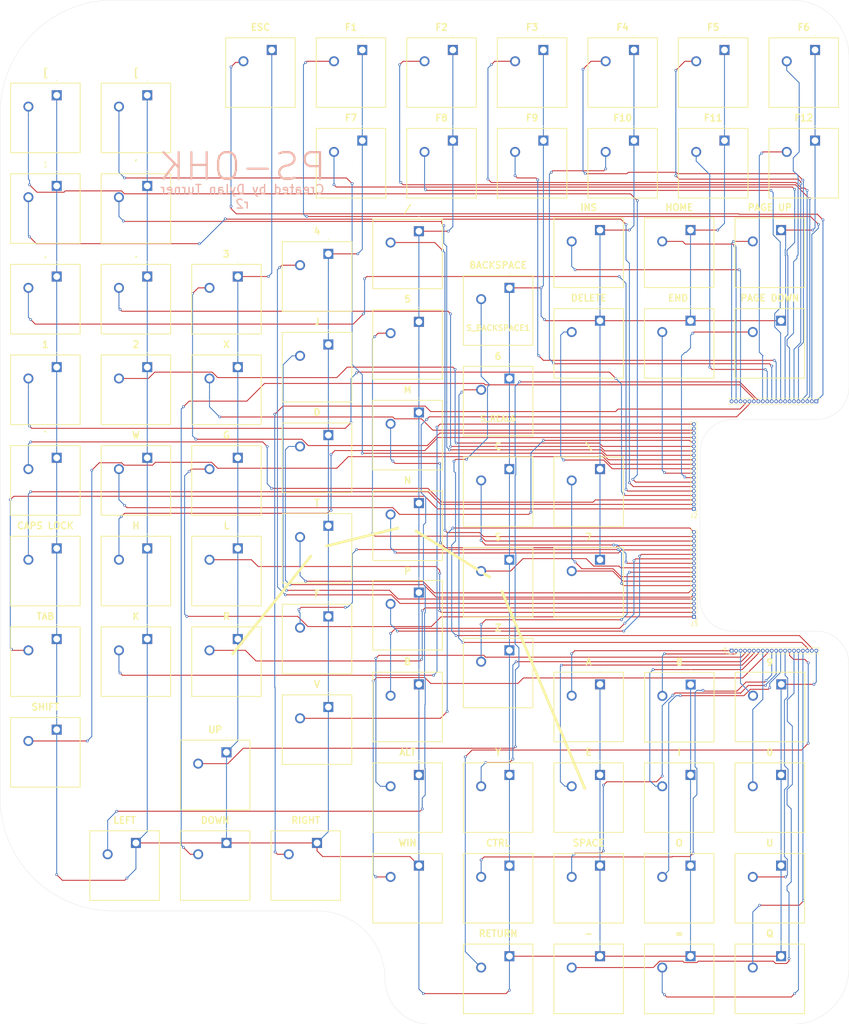
<source format=kicad_pcb>
(kicad_pcb (version 20240108) (generator "pcbnew") (generator_version "8.0")
  (title_block (title "PS-OHK") (date "2024-06-18") (rev "2") (company "Polymath-Studio"))
  (layers (0 "F.Cu" signal) (31 "B.Cu" signal) (34 "B.Paste" user) (35 "F.Paste" user) (36 "B.SilkS" user "B.Silkscreen") (37 "F.SilkS" user "F.Silkscreen") (38 "B.Mask" user) (39 "F.Mask" user) (44 "Edge.Cuts" user))
  (net 0 "")
  (net 1 "GND")
  (net 2 "/KEY_F6")
  (net 3 "/KEY_F4")
  (net 4 "/KEY_F10")
  (net 5 "/KEY_F5")
  (net 6 "/KEY_F12")
  (net 7 "/KEY_F11")
  (net 8 "/KEY_F9")
  (net 9 "/KEY_F3")
  (net 10 "/KEY_F7")
  (net 11 "/KEY_ESC")
  (net 12 "/KEY_F1")
  (net 13 "/KEY_F2")
  (net 14 "/KEY_F8")
  (net 15 "/KEY_REAL_6")
  (net 16 "/KEY_BACKSPACE")
  (net 17 "/KEY_RIGHT")
  (net 18 "/KEY_LEFT")
  (net 19 "/KEY_DOWN")
  (net 20 "/KEY_UP")
  (net 21 "/KEY_PGU")
  (net 22 "/KEY_DEL")
  (net 23 "/KEY_PGD")
  (net 24 "/KEY_INS")
  (net 25 "/KEY_END")
  (net 26 "/KEY_HOM")
  (net 27 "/KEY_COMMA")
  (net 28 "/KEY_TAB")
  (net 29 "/KEY_1")
  (net 30 "/KEY_SHIFT")
  (net 31 "/KEY_CAPS")
  (net 32 "/KEY_GRAVE")
  (net 33 "/KEY_SEMI")
  (net 34 "/KEY_LBK")
  (net 35 "/KEY_PERD")
  (net 36 "/KEY_APOST")
  (net 37 "/KEY_2")
  (net 38 "/KEY_H")
  (net 39 "/KEY_RBK")
  (net 40 "/KEY_W")
  (net 41 "/KEY_K")
  (net 42 "/KEY_3")
  (net 43 "/KEY_X")
  (net 44 "/KEY_R")
  (net 45 "/KEY_G")
  (net 46 "/KEY_L")
  (net 47 "/KEY_J")
  (net 48 "/KEY_T")
  (net 49 "/KEY_D")
  (net 50 "/KEY_F")
  (net 51 "/KEY_4")
  (net 52 "/KEY_V")
  (net 53 "/KEY_5")
  (net 54 "/KEY_N")
  (net 55 "/KEY_M")
  (net 56 "/KEY_B")
  (net 57 "/KEY_P")
  (net 58 "/KEY_6")
  (net 59 "/KEY_S")
  (net 60 "/KEY_BSLASH")
  (net 61 "/KEY_7")
  (net 62 "/KEY_Z")
  (net 63 "/KEY_Q")
  (net 64 "/KEY_U")
  (net 65 "/KEY_DASH")
  (net 66 "/KEY_0")
  (net 67 "/KEY_RET")
  (net 68 "/KEY_8")
  (net 69 "/KEY_9")
  (net 70 "/KEY_SP")
  (net 71 "/KEY_I")
  (net 72 "/KEY_WIN")
  (net 73 "/KEY_ALT")
  (net 74 "/KEY_Y")
  (net 75 "/KEY_A")
  (net 76 "/KEY_E")
  (net 77 "/KEY_EQ")
  (net 78 "/KEY_CTRL")
  (net 79 "/KEY_O")
  (net 80 "/KEY_SLASH")
  (footprint "COM-13834:COM13834" (layer "F.Cu") (at 48.26 81.28)
    (property "Reference" "S_2" (hide yes))
    (property "Value" "~" (hide yes))
  )
  (footprint "COM-13834:COM13834" (layer "F.Cu") (at 88.9 76.2)
    (property "Reference" "S_J1" (hide yes))
    (property "Value" "~" (hide yes))
  )
  (footprint "COM-13834:COM13834" (layer "F.Cu") (at 48.26 20.32)
    (property "Reference" "S_RBK1" (hide yes))
    (property "Value" "~" (hide yes))
  )
  (footprint "COM-13834:COM13834" (layer "F.Cu") (at 170.18 193.04)
    (property "Reference" "S_O1" (hide yes))
    (property "Value" "~" (hide yes))
  )
  (footprint "COM-13834:COM13834" (layer "F.Cu") (at 109.22 152.4)
    (property "Reference" "S_B1" (hide yes))
    (property "Value" "~" (hide yes))
  )
  (footprint "COM-13834:COM13834" (layer "F.Cu") (at 116.84 10.16)
    (property "Reference" "S_F2" (hide yes))
    (property "Value" "~" (hide yes))
  )
  (footprint "COM-13834:COM13834" (layer "F.Cu") (at 190.5 50.546)
    (property "Reference" "S_PGU1" (hide yes))
    (property "Value" "~" (hide yes))
  )
  (footprint "COM-13834:COM13834" (layer "F.Cu") (at 149.86 104.14)
    (property "Reference" "S_BSLASH1" (hide yes))
    (property "Value" "~" (hide yes))
  )
  (footprint "COM-13834:COM13834" (layer "F.Cu") (at 170.18 50.546)
    (property "Reference" "S_HOM1" (hide yes))
    (property "Value" "~" (hide yes))
  )
  (footprint "COM-13834:COM13834" (layer "F.Cu") (at 137.16 30.48)
    (property "Reference" "S_F9" (hide yes))
    (property "Value" "~" (hide yes))
  )
  (footprint "COM-13834:COM13834" (layer "F.Cu") (at 88.9 137.16)
    (property "Reference" "S_F13" (hide yes))
    (property "Value" "~" (hide yes))
  )
  (footprint "COM-13834:COM13834" (layer "F.Cu") (at 48.26 142.24)
    (property "Reference" "S_K1" (hide yes))
    (property "Value" "~" (hide yes))
  )
  (footprint "COM-13834:COM13834" (layer "F.Cu") (at 198.12 30.48)
    (property "Reference" "S_F12" (hide yes))
    (property "Value" "~" (hide yes))
  )
  (footprint "COM-13834:COM13834" (layer "F.Cu") (at 149.86 213.36)
    (property "Reference" "S_DASH1" (hide yes))
    (property "Value" "~" (hide yes))
  )
  (footprint "COM-13834:COM13834" (layer "F.Cu") (at 116.84 30.48)
    (property "Reference" "S_F8" (hide yes))
    (property "Value" "~" (hide yes))
  )
  (footprint "COM-13834:COM13834" (layer "F.Cu") (at 190.5 193.04)
    (property "Reference" "S_U1" (hide yes))
    (property "Value" "~" (hide yes))
  )
  (footprint "COM-13834:COM13834" (layer "F.Cu") (at 48.26 101.6)
    (property "Reference" "S_W1" (hide yes))
    (property "Value" "~" (hide yes))
  )
  (footprint "COM-13834:COM13834" (layer "F.Cu") (at 68.58 142.24)
    (property "Reference" "S_R1" (hide yes))
    (property "Value" "~" (hide yes))
  )
  (footprint "COM-13834:COM13834" (layer "F.Cu") (at 170.18 172.72)
    (property "Reference" "S_I1" (hide yes))
    (property "Value" "~" (hide yes))
  )
  (footprint "COM-13834:COM13834" (layer "F.Cu") (at 149.86 124.46)
    (property "Reference" "S_7" (hide yes))
    (property "Value" "~" (hide yes))
  )
  (footprint "Connector_PinHeader_1.00mm:PinHeader_1x20_P1.00mm_Vertical" (layer "F.Cu") (at 170.9158 113.0562 180)
    (property "Reference" "J2")
    (property "Value" "Conn_01x20" (hide yes))
  )
  (footprint "COM-13834:COM13834" (layer "F.Cu") (at 48.26 60.96)
    (property "Reference" "S_PERD1" (hide yes))
    (property "Value" "~" (hide yes))
  )
  (footprint "COM-13834:COM13834" (layer "F.Cu") (at 109.22 193.04)
    (property "Reference" "S_WIN1" (hide yes))
    (property "Value" "~" (hide yes))
  )
  (footprint "COM-13834:COM13834" (layer "F.Cu") (at 68.58 81.28)
    (property "Reference" "S_X1" (hide yes))
    (property "Value" "~" (hide yes))
  )
  (footprint "COM-13834:COM13834" (layer "F.Cu") (at 129.54 63.5)
    (property "Reference" "S_BACKSPACE1")
    (property "Value" "~" (hide yes))
  )
  (footprint "COM-13834:COM13834" (layer "F.Cu") (at 88.9 55.88)
    (property "Reference" "S_4" (hide yes))
    (property "Value" "~" (hide yes))
  )
  (footprint "COM-13834:COM13834" (layer "F.Cu") (at 149.86 172.72)
    (property "Reference" "S_E1" (hide yes))
    (property "Value" "~" (hide yes))
  )
  (footprint "COM-13834:COM13834" (layer "F.Cu") (at 68.58 121.92)
    (property "Reference" "S_L1" (hide yes))
    (property "Value" "~" (hide yes))
  )
  (footprint "COM-13834:COM13834" (layer "F.Cu") (at 170.18 213.36)
    (property "Reference" "S_EQ1" (hide yes))
    (property "Value" "~" (hide yes))
  )
  (footprint "COM-13834:COM13834" (layer "F.Cu") (at 129.54 124.46)
    (property "Reference" "S_S1" (hide yes))
    (property "Value" "~" (hide yes))
  )
  (footprint "COM-13834:COM13834" (layer "F.Cu") (at 109.22 131.826)
    (property "Reference" "S_P1" (hide yes))
    (property "Value" "~" (hide yes))
  )
  (footprint "COM-13834:COM13834" (layer "F.Cu") (at 129.54 172.72)
    (property "Reference" "S_Y1" (hide yes))
    (property "Value" "~" (hide yes))
  )
  (footprint "COM-13834:COM13834" (layer "F.Cu") (at 129.54 144.78)
    (property "Reference" "S_Z1" (hide yes))
    (property "Value" "~" (hide yes))
  )
  (footprint "COM-13834:COM13834" (layer "F.Cu") (at 66.04 187.96)
    (property "Reference" "S_DOWN1" (hide yes))
    (property "Value" "~" (hide yes))
  )
  (footprint "COM-13834:COM13834" (layer "F.Cu") (at 109.22 50.8)
    (property "Reference" "S_SLASH1" (hide yes))
    (property "Value" "~" (hide yes))
  )
  (footprint "COM-13834:COM13834" (layer "F.Cu") (at 96.52 30.48)
    (property "Reference" "S_F7" (hide yes))
    (property "Value" "~" (hide yes))
  )
  (footprint "COM-13834:COM13834" (layer "F.Cu") (at 109.22 71.12)
    (property "Reference" "S_5" (hide yes))
    (property "Value" "~" (hide yes))
  )
  (footprint "COM-13834:COM13834" (layer "F.Cu") (at 129.54 193.04)
    (property "Reference" "S_CTRL1" (hide yes))
    (property "Value" "~" (hide yes))
  )
  (footprint "COM-13834:COM13834" (layer "F.Cu") (at 88.9 116.84)
    (property "Reference" "S_T1" (hide yes))
    (property "Value" "~" (hide yes))
  )
  (footprint "COM-13834:COM13834" (layer "F.Cu") (at 27.94 60.96)
    (property "Reference" "S_COMMA1" (hide yes))
    (property "Value" "~" (hide yes))
  )
  (footprint "Connector_PinHeader_1.00mm:PinHeader_1x20_P1.00mm_Vertical" (layer "F.Cu") (at 198.3994 88.9508 -90)
    (property "Reference" "J1" (hide yes))
    (property "Value" "Conn_01x20" (hide yes))
  )
  (footprint "COM-13834:COM13834" (layer "F.Cu") (at 68.58 101.6)
    (property "Reference" "S_G1" (hide yes))
    (property "Value" "~" (hide yes))
  )
  (footprint "COM-13834:COM13834" (layer "F.Cu") (at 157.48 30.48)
    (property "Reference" "S_F10" (hide yes))
    (property "Value" "~" (hide yes))
  )
  (footprint "COM-13834:COM13834" (layer "F.Cu") (at 129.54 83.82)
    (property "Reference" "S_REAL6")
    (property "Value" "~" (hide yes))
  )
  (footprint "COM-13834:COM13834" (layer "F.Cu") (at 27.94 142.24)
    (property "Reference" "S_TAB1" (hide yes))
    (property "Value" "~" (hide yes))
  )
  (footprint "COM-13834:COM13834" (layer "F.Cu") (at 27.94 162.56)
    (property "Reference" "S_SHIFT1" (hide yes))
    (property "Value" "~" (hide yes))
  )
  (footprint "COM-13834:COM13834" (layer "F.Cu") (at 170.18 70.866)
    (property "Reference" "S_END1" (hide yes))
    (property "Value" "~" (hide yes))
  )
  (footprint "COM-13834:COM13834" (layer "F.Cu") (at 27.94 40.64)
    (property "Reference" "S_SEMI1" (hide yes))
    (property "Value" "~" (hide yes))
  )
  (footprint "COM-13834:COM13834" (layer "F.Cu") (at 170.2054 152.4508)
    (property "Reference" "S_8" (hide yes))
    (property "Value" "~" (hide yes))
  )
  (footprint "COM-13834:COM13834" (layer "F.Cu") (at 198.12 10.16)
    (property "Reference" "S_F6" (hide yes))
    (property "Value" "~" (hide yes))
  )
  (footprint "COM-13834:COM13834" (layer "F.Cu") (at 129.54 104.14)
    (property "Reference" "S_6" (hide yes))
    (property "Value" "~" (hide yes))
  )
  (footprint "COM-13834:COM13834" (layer "F.Cu") (at 190.5 172.72)
    (property "Reference" "S_10" (hide yes))
    (property "Value" "~" (hide yes))
  )
  (footprint "COM-13834:COM13834" (layer "F.Cu") (at 27.94 121.92)
    (property "Reference" "S_CAPS1" (hide yes))
    (property "Value" "~" (hide yes))
  )
  (footprint "COM-13834:COM13834" (layer "F.Cu") (at 86.36 187.96)
    (property "Reference" "S_RIGHT1" (hide yes))
    (property "Value" "~" (hide yes))
  )
  (footprint "COM-13834:COM13834" (layer "F.Cu") (at 66.04 167.64)
    (property "Reference" "S_UP1" (hide yes))
    (property "Value" "~" (hide yes))
  )
  (footprint "COM-13834:COM13834" (layer "F.Cu") (at 190.5 70.866)
    (property "Reference" "S_PGD1" (hide yes))
    (property "Value" "~" (hide yes))
  )
  (footprint "COM-13834:COM13834" (layer "F.Cu") (at 190.5 213.36)
    (property "Reference" "S_Q1" (hide yes))
    (property "Value" "~" (hide yes))
  )
  (footprint "COM-13834:COM13834" (layer "F.Cu") (at 177.8 30.48)
    (property "Reference" "S_F11" (hide yes))
    (property "Value" "~" (hide yes))
  )
  (footprint "COM-13834:COM13834" (layer "F.Cu") (at 137.16 10.16)
    (property "Reference" "S_F3" (hide yes))
    (property "Value" "~" (hide yes))
  )
  (footprint "COM-13834:COM13834" (layer "F.Cu") (at 109.22 111.76)
    (property "Reference" "S_N1" (hide yes))
    (property "Value" "~" (hide yes))
  )
  (footprint "COM-13834:COM13834" (layer "F.Cu") (at 149.86 50.546)
    (property "Reference" "S_INS1" (hide yes))
    (property "Value" "~" (hide yes))
  )
  (footprint "COM-13834:COM13834" (layer "F.Cu") (at 157.48 10.16)
    (property "Reference" "S_F4" (hide yes))
    (property "Value" "~" (hide yes))
  )
  (footprint "COM-13834:COM13834" (layer "F.Cu") (at 149.86 193.04)
    (property "Reference" "S_SP1" (hide yes))
    (property "Value" "~" (hide yes))
  )
  (footprint "COM-13834:COM13834" (layer "F.Cu") (at 109.22 172.72)
    (property "Reference" "S_ALT1" (hide yes))
    (property "Value" "~" (hide yes))
  )
  (footprint "Connector_PinHeader_1.00mm:PinHeader_1x20_P1.00mm_Vertical" (layer "F.Cu") (at 179.3994 144.8562 90)
    (property "Reference" "J4")
    (property "Value" "Conn_01x20" (hide yes))
  )
  (footprint "COM-13834:COM13834" (layer "F.Cu") (at 45.72 187.96)
    (property "Reference" "S_LEFT1" (hide yes))
    (property "Value" "~" (hide yes))
  )
  (footprint "COM-13834:COM13834" (layer "F.Cu") (at 149.86 70.866)
    (property "Reference" "S_DEL1" (hide yes))
    (property "Value" "~" (hide yes))
  )
  (footprint "Connector_PinHeader_1.00mm:PinHeader_1x20_P1.00mm_Vertical" (layer "F.Cu") (at 170.9412 137.2616 180)
    (property "Reference" "J3")
    (property "Value" "Conn_01x20" (hide yes))
  )
  (footprint "COM-13834:COM13834" (layer "F.Cu") (at 27.94 81.28)
    (property "Reference" "S_1" (hide yes))
    (property "Value" "~" (hide yes))
  )
  (footprint "COM-13834:COM13834" (layer "F.Cu") (at 129.54 213.36)
    (property "Reference" "S_RET1" (hide yes))
    (property "Value" "~" (hide yes))
  )
  (footprint "COM-13834:COM13834" (layer "F.Cu") (at 27.94 101.6)
    (property "Reference" "S_GRAVE1" (hide yes))
    (property "Value" "~" (hide yes))
  )
  (footprint "COM-13834:COM13834" (layer "F.Cu") (at 88.9 96.52)
    (property "Reference" "S_D1" (hide yes))
    (property "Value" "~" (hide yes))
  )
  (footprint "COM-13834:COM13834" (layer "F.Cu") (at 76.2 10.16)
    (property "Reference" "S_ESC1" (hide yes))
    (property "Value" "~" (hide yes))
  )
  (footprint "COM-13834:COM13834" (layer "F.Cu") (at 149.86 152.4)
    (property "Reference" "S_A1" (hide yes))
    (property "Value" "~" (hide yes))
  )
  (footprint "COM-13834:COM13834" (layer "F.Cu") (at 109.22 91.44)
    (property "Reference" "S_M1" (hide yes))
    (property "Value" "~" (hide yes))
  )
  (footprint "COM-13834:COM13834" (layer "F.Cu") (at 68.58 60.96)
    (property "Reference" "S_3" (hide yes))
    (property "Value" "~" (hide yes))
  )
  (footprint "COM-13834:COM13834" (layer "F.Cu") (at 48.26 121.92)
    (property "Reference" "S_H1" (hide yes))
    (property "Value" "~" (hide yes))
  )
  (footprint "COM-13834:COM13834" (layer "F.Cu") (at 27.94 20.32)
    (property "Reference" "S_LBK1" (hide yes))
    (property "Value" "~" (hide yes))
  )
  (footprint "COM-13834:COM13834" (layer "F.Cu") (at 177.8 10.16)
    (property "Reference" "S_F5" (hide yes))
    (property "Value" "~" (hide yes))
  )
  (footprint "COM-13834:COM13834" (layer "F.Cu") (at 88.9 157.48)
    (property "Reference" "S_V1" (hide yes))
    (property "Value" "~" (hide yes))
  )
  (footprint "COM-13834:COM13834" (layer "F.Cu") (at 96.52 10.16)
    (property "Reference" "S_F1" (hide yes))
    (property "Value" "~" (hide yes))
  )
  (footprint "COM-13834:COM13834" (layer "F.Cu") (at 190.5508 152.4)
    (property "Reference" "S_9" (hide yes))
    (property "Value" "~" (hide yes))
  )
  (footprint "COM-13834:COM13834" (layer "F.Cu") (at 48.26 40.64)
    (property "Reference" "S_APOST1" (hide yes))
    (property "Value" "~" (hide yes))
  )
  (gr_line (start 127 129.54) (end 147.32 177.8) (stroke (width 0.6)) (layer "F.SilkS"))
  (gr_line (start 66.04 147.32) (end 86.36 121.92) (stroke (width 0.6)) (layer "F.SilkS"))
  (gr_line (start 106.68 116.84) (end 127 129.54) (stroke (width 0.6)) (layer "F.SilkS"))
  (gr_line (start 86.36 121.92) (end 106.68 116.84) (stroke (width 0.6)) (layer "F.SilkS"))
  (gr_line (start 172.2628 133.1722) (end 172.339 100.3046) (stroke (width 0.05)) (layer "Edge.Cuts"))
  (gr_arc (start 205.74 215.9) (mid 202.020256 224.880256) (end 193.04 228.6) (stroke (width 0.05)) (layer "Edge.Cuts"))
  (gr_arc (start 86.36 203.2) (mid 97.136307 207.663693) (end 101.6 218.44) (stroke (width 0.05)) (layer "Edge.Cuts"))
  (gr_line (start 179.6288 93.0148) (end 198.4502 93.0148) (stroke (width 0.05)) (layer "Edge.Cuts"))
  (gr_arc (start 193.04 -1.016) (mid 202.020256 2.703744) (end 205.74 11.684) (stroke (width 0.05)) (layer "Edge.Cuts"))
  (gr_line (start 205.74 25.146) (end 205.74 11.684) (stroke (width 0.05)) (layer "Edge.Cuts"))
  (gr_arc (start 15.24 24.384) (mid 22.679488 6.423488) (end 40.64 -1.016) (stroke (width 0.05)) (layer "Edge.Cuts"))
  (gr_arc (start 198.3994 140.462) (mid 203.554067 142.597133) (end 205.6892 147.7518) (stroke (width 0.05)) (layer "Edge.Cuts"))
  (gr_line (start 193.04 -1.016) (end 40.64 -1.016) (stroke (width 0.05)) (layer "Edge.Cuts"))
  (gr_arc (start 40.64 203.2) (mid 22.679488 195.760512) (end 15.24 177.8) (stroke (width 0.05)) (layer "Edge.Cuts"))
  (gr_arc (start 172.339 100.3046) (mid 174.474133 95.149933) (end 179.6288 93.0148) (stroke (width 0.05)) (layer "Edge.Cuts"))
  (gr_line (start 15.24 24.384) (end 15.24 177.8) (stroke (width 0.05)) (layer "Edge.Cuts"))
  (gr_line (start 205.74 25.146) (end 205.74 85.725) (stroke (width 0.05)) (layer "Edge.Cuts"))
  (gr_arc (start 205.74 85.725) (mid 203.604867 90.879667) (end 198.4502 93.0148) (stroke (width 0.05)) (layer "Edge.Cuts"))
  (gr_line (start 111.76 228.6) (end 193.04 228.6) (stroke (width 0.05)) (layer "Edge.Cuts"))
  (gr_line (start 205.74 215.9) (end 205.6892 147.7518) (stroke (width 0.05)) (layer "Edge.Cuts"))
  (gr_line (start 198.3994 140.462) (end 179.5526 140.462) (stroke (width 0.05)) (layer "Edge.Cuts"))
  (gr_line (start 86.36 203.2) (end 40.64 203.2) (stroke (width 0.05)) (layer "Edge.Cuts"))
  (gr_arc (start 111.76 228.6) (mid 104.575795 225.624205) (end 101.6 218.44) (stroke (width 0.05)) (layer "Edge.Cuts"))
  (gr_arc (start 179.5526 140.462) (mid 174.397933 138.326867) (end 172.2628 133.1722) (stroke (width 0.05)) (layer "Edge.Cuts"))
  (gr_text "PS-OHK" (at 69.596 36.322 -0) (layer "B.SilkS") (effects (font (size 6 6) (thickness 0.5)) (justify mirror)))
  (gr_text "Created by Dylan Turner" (at 69.596 41.402 -0) (layer "B.SilkS") (effects (font (size 2 2) (thickness 0.3)) (justify mirror)))
  (gr_text "r2" (at 69.596 44.704 0) (layer "B.SilkS") (effects (font (size 2 2) (thickness 0.3)) (justify mirror)))
  (gr_text "9" (at 187.9346 147.447 0) (layer "F.SilkS") (effects (font (size 1.5 1.5) (thickness 0.3) (bold yes))))
  (gr_text "WIN" (at 106.68 187.96 0) (layer "F.SilkS") (effects (font (size 1.5 1.5) (thickness 0.3) (bold yes))))
  (gr_text "Q" (at 187.96 208.28 0) (layer "F.SilkS") (effects (font (size 1.5 1.5) (thickness 0.3) (bold yes))))
  (gr_text "W" (at 45.72 96.52 0) (layer "F.SilkS") (effects (font (size 1.5 1.5) (thickness 0.3) (bold yes))))
  (gr_text "DELETE" (at 147.32 65.786 0) (layer "F.SilkS") (effects (font (size 1.5 1.5) (thickness 0.3) (bold yes))))
  (gr_text "R" (at 66.04 137.16 0) (layer "F.SilkS") (effects (font (size 1.5 1.5) (thickness 0.3) (bold yes))))
  (gr_text "TAB" (at 25.4 137.16 0) (layer "F.SilkS") (effects (font (size 1.5 1.5) (thickness 0.3) (bold yes))))
  (gr_text "T" (at 86.36 111.76 0) (layer "F.SilkS") (effects (font (size 1.5 1.5) (thickness 0.3) (bold yes))))
  (gr_text "1" (at 25.4 76.2 0) (layer "F.SilkS") (effects (font (size 1.5 1.5) (thickness 0.3) (bold yes))))
  (gr_text "3" (at 65.9892 55.9308 0) (layer "F.SilkS") (effects (font (size 1.5 1.5) (thickness 0.3) (bold yes))))
  (gr_text "F7" (at 93.98 25.4 0) (layer "F.SilkS") (effects (font (size 1.5 1.5) (thickness 0.3) (bold yes))))
  (gr_text "F9" (at 134.62 25.4 0) (layer "F.SilkS") (effects (font (size 1.5 1.5) (thickness 0.3) (bold yes))))
  (gr_text "U" (at 187.96 187.96 0) (layer "F.SilkS") (effects (font (size 1.5 1.5) (thickness 0.3) (bold yes))))
  (gr_text "O" (at 167.64 187.96 0) (layer "F.SilkS") (effects (font (size 1.5 1.5) (thickness 0.3) (bold yes))))
  (gr_text "5" (at 106.68 66.04 0) (layer "F.SilkS") (effects (font (size 1.5 1.5) (thickness 0.3) (bold yes))))
  (gr_text "X" (at 66.04 76.2 0) (layer "F.SilkS") (effects (font (size 1.5 1.5) (thickness 0.3) (bold yes))))
  (gr_text "6" (at 126.9746 78.8416 0) (layer "F.SilkS") (effects (font (size 1.5 1.5) (thickness 0.3) (bold yes))))
  (gr_text "INS" (at 147.32 45.466 0) (layer "F.SilkS") (effects (font (size 1.5 1.5) (thickness 0.3) (bold yes))))
  (gr_text "SPACE" (at 147.32 187.96 0) (layer "F.SilkS") (effects (font (size 1.5 1.5) (thickness 0.3) (bold yes))))
  (gr_text "M" (at 106.68 86.36 0) (layer "F.SilkS") (effects (font (size 1.5 1.5) (thickness 0.3) (bold yes))))
  (gr_text "[" (at 25.4 15.24 0) (layer "F.SilkS") (effects (font (size 1.5 1.5) (thickness 0.3) (bold yes))))
  (gr_text "Z" (at 127 139.7 0) (layer "F.SilkS") (effects (font (size 1.5 1.5) (thickness 0.3) (bold yes))))
  (gr_text "B" (at 106.68 147.32 0) (layer "F.SilkS") (effects (font (size 1.5 1.5) (thickness 0.3) (bold yes))))
  (gr_text "." (at 45.72 55.88 0) (layer "F.SilkS") (effects (font (size 1.5 1.5) (thickness 0.3) (bold yes))))
  (gr_text "ALT" (at 106.68 167.64 0) (layer "F.SilkS") (effects (font (size 1.5 1.5) (thickness 0.3) (bold yes))))
  (gr_text "F2" (at 114.3 5.08 0) (layer "F.SilkS") (effects (font (size 1.5 1.5) (thickness 0.3) (bold yes))))
  (gr_text "I" (at 167.64 167.64 0) (layer "F.SilkS") (effects (font (size 1.5 1.5) (thickness 0.3) (bold yes))))
  (gr_text "\\" (at 147.32 99.06 0) (layer "F.SilkS") (effects (font (size 1.5 1.5) (thickness 0.3) (bold yes))))
  (gr_text "4" (at 86.36 50.8 0) (layer "F.SilkS") (effects (font (size 1.5 1.5) (thickness 0.3) (bold yes))))
  (gr_text "F10" (at 154.94 25.4 0) (layer "F.SilkS") (effects (font (size 1.5 1.5) (thickness 0.3) (bold yes))))
  (gr_text "V" (at 86.36 152.4 0) (layer "F.SilkS") (effects (font (size 1.5 1.5) (thickness 0.3) (bold yes))))
  (gr_text "A" (at 147.32 147.32 0) (layer "F.SilkS") (effects (font (size 1.5 1.5) (thickness 0.3) (bold yes))))
  (gr_text "N" (at 106.68 106.68 0) (layer "F.SilkS") (effects (font (size 1.5 1.5) (thickness 0.3) (bold yes))))
  (gr_text "C" (at 127 99.06 0) (layer "F.SilkS") (effects (font (size 1.5 1.5) (thickness 0.3) (bold yes))))
  (gr_text "K" (at 45.72 137.16 0) (layer "F.SilkS") (effects (font (size 1.5 1.5) (thickness 0.3) (bold yes))))
  (gr_text "'" (at 45.72 35.56 0) (layer "F.SilkS") (effects (font (size 1.5 1.5) (thickness 0.3) (bold yes))))
  (gr_text "LEFT" (at 43.18 182.88 0) (layer "F.SilkS") (effects (font (size 1.5 1.5) (thickness 0.3) (bold yes))))
  (gr_text "P" (at 106.68 127 0) (layer "F.SilkS") (effects (font (size 1.5 1.5) (thickness 0.3) (bold yes))))
  (gr_text "F3" (at 134.62 5.08 0) (layer "F.SilkS") (effects (font (size 1.5 1.5) (thickness 0.3) (bold yes))))
  (gr_text "F6" (at 195.58 5.08 0) (layer "F.SilkS") (effects (font (size 1.5 1.5) (thickness 0.3) (bold yes))))
  (gr_text "2" (at 45.72 76.2 0) (layer "F.SilkS") (effects (font (size 1.5 1.5) (thickness 0.3) (bold yes))))
  (gr_text "DOWN" (at 63.5 182.88 0) (layer "F.SilkS") (effects (font (size 1.5 1.5) (thickness 0.3) (bold yes))))
  (gr_text "L" (at 66.04 116.84 0) (layer "F.SilkS") (effects (font (size 1.5 1.5) (thickness 0.3) (bold yes))))
  (gr_text "G" (at 66.04 96.52 0) (layer "F.SilkS") (effects (font (size 1.5 1.5) (thickness 0.3) (bold yes))))
  (gr_text "S" (at 127 119.38 0) (layer "F.SilkS") (effects (font (size 1.5 1.5) (thickness 0.3) (bold yes))))
  (gr_text "F" (at 86.36 132.08 0) (layer "F.SilkS") (effects (font (size 1.5 1.5) (thickness 0.3) (bold yes))))
  (gr_text "H" (at 45.72 116.84 0) (layer "F.SilkS") (effects (font (size 1.5 1.5) (thickness 0.3) (bold yes))))
  (gr_text "BACKSPACE" (at 127 58.42 0) (layer "F.SilkS") (effects (font (size 1.5 1.5) (thickness 0.3) (bold yes))))
  (gr_text "ESC" (at 73.66 5.08 0) (layer "F.SilkS") (effects (font (size 1.5 1.5) (thickness 0.3) (bold yes))))
  (gr_text "=" (at 167.64 208.28 0) (layer "F.SilkS") (effects (font (size 1.5 1.5) (thickness 0.3) (bold yes))))
  (gr_text "PAGE DOWN" (at 187.96 65.786 0) (layer "F.SilkS") (effects (font (size 1.5 1.5) (thickness 0.3) (bold yes))))
  (gr_text "F4" (at 154.94 5.08 0) (layer "F.SilkS") (effects (font (size 1.5 1.5) (thickness 0.3) (bold yes))))
  (gr_text "[" (at 45.72 15.24 0) (layer "F.SilkS") (effects (font (size 1.5 1.5) (thickness 0.3) (bold yes))))
  (gr_text "F8" (at 114.3 25.4 0) (layer "F.SilkS") (effects (font (size 1.5 1.5) (thickness 0.3) (bold yes))))
  (gr_text "," (at 25.4 55.88 0) (layer "F.SilkS") (effects (font (size 1.5 1.5) (thickness 0.3) (bold yes))))
  (gr_text "0" (at 187.96 167.64 0) (layer "F.SilkS") (effects (font (size 1.5 1.5) (thickness 0.3) (bold yes))))
  (gr_text "D" (at 86.36 91.44 0) (layer "F.SilkS") (effects (font (size 1.5 1.5) (thickness 0.3) (bold yes))))
  (gr_text "CTRL" (at 127 187.96 0) (layer "F.SilkS") (effects (font (size 1.5 1.5) (thickness 0.3) (bold yes))))
  (gr_text "8" (at 167.6908 147.3708 0) (layer "F.SilkS") (effects (font (size 1.5 1.5) (thickness 0.3) (bold yes))))
  (gr_text "Y" (at 127 167.64 0) (layer "F.SilkS") (effects (font (size 1.5 1.5) (thickness 0.3) (bold yes))))
  (gr_text "SHIFT" (at 25.4 157.48 0) (layer "F.SilkS") (effects (font (size 1.5 1.5) (thickness 0.3) (bold yes))))
  (gr_text "HOME" (at 167.64 45.466 0) (layer "F.SilkS") (effects (font (size 1.5 1.5) (thickness 0.3) (bold yes))))
  (gr_text "E" (at 147.32 167.64 0) (layer "F.SilkS") (effects (font (size 1.5 1.5) (thickness 0.3) (bold yes))))
  (gr_text "RETURN" (at 127 208.28 0) (layer "F.SilkS") (effects (font (size 1.5 1.5) (thickness 0.3) (bold yes))))
  (gr_text "UP" (at 63.5 162.56 0) (layer "F.SilkS") (effects (font (size 1.5 1.5) (thickness 0.3) (bold yes))))
  (gr_text "/" (at 106.68 45.72 0) (layer "F.SilkS") (effects (font (size 1.5 1.5) (thickness 0.3) (bold yes))))
  (gr_text "RIGHT" (at 83.82 182.88 0) (layer "F.SilkS") (effects (font (size 1.5 1.5) (thickness 0.3) (bold yes))))
  (gr_text "7" (at 147.32 119.38 0) (layer "F.SilkS") (effects (font (size 1.5 1.5) (thickness 0.3) (bold yes))))
  (gr_text "CAPS LOCK" (at 25.4 116.84 0) (layer "F.SilkS") (effects (font (size 1.5 1.5) (thickness 0.3) (bold yes))))
  (gr_text "F5" (at 175.26 5.08 0) (layer "F.SilkS") (effects (font (size 1.5 1.5) (thickness 0.3) (bold yes))))
  (gr_text "F12" (at 195.58 25.4 0) (layer "F.SilkS") (effects (font (size 1.5 1.5) (thickness 0.3) (bold yes))))
  (gr_text "J" (at 86.36 71.12 0) (layer "F.SilkS") (effects (font (size 1.5 1.5) (thickness 0.3) (bold yes))))
  (gr_text "PAGE UP" (at 187.96 45.466 0) (layer "F.SilkS") (effects (font (size 1.5 1.5) (thickness 0.3) (bold yes))))
  (gr_text "F11" (at 175.26 25.4 0) (layer "F.SilkS") (effects (font (size 1.5 1.5) (thickness 0.3) (bold yes))))
  (gr_text "`" (at 25.4 96.52 0) (layer "F.SilkS") (effects (font (size 1.5 1.5) (thickness 0.3) (bold yes))))
  (gr_text ";" (at 25.4 35.56 0) (layer "F.SilkS") (effects (font (size 1.5 1.5) (thickness 0.3) (bold yes))))
  (gr_text "END" (at 167.386 65.786 0) (layer "F.SilkS") (effects (font (size 1.5 1.5) (thickness 0.3) (bold yes))))
  (gr_text "F1" (at 93.98 5.08 0) (layer "F.SilkS") (effects (font (size 1.5 1.5) (thickness 0.3) (bold yes))))
  (gr_text "-" (at 147.32 208.28 0) (layer "F.SilkS") (effects (font (size 1.5 1.5) (thickness 0.3) (bold yes))))
  (segment (start 86.36 187.96) (end 66.04 187.96) (width 0.2) (layer "F.Cu") (net 1))
  (segment (start 75.438 60.96) (end 68.58 60.96) (width 0.2) (layer "F.Cu") (net 1))
  (segment (start 95.504 55.88) (end 88.9 55.88) (width 0.2) (layer "F.Cu") (net 1))
  (segment (start 136.652 63.5) (end 129.54 63.5) (width 0.2) (layer "F.Cu") (net 1))
  (segment (start 87.63 191.008) (end 86.36 189.738) (width 0.2) (layer "F.Cu") (net 1))
  (segment (start 176.276 50.546) (end 170.18 50.546) (width 0.2) (layer "F.Cu") (net 1))
  (segment (start 156.464 50.546) (end 149.86 50.546) (width 0.2) (layer "F.Cu") (net 1))
  (segment (start 197.612 50.546) (end 190.5 50.546) (width 0.2) (layer "F.Cu") (net 1))
  (segment (start 128.778 221.742) (end 129.54 220.98) (width 0.2) (layer "F.Cu") (net 1))
  (segment (start 137.414 70.612) (end 137.668 70.866) (width 0.2) (layer "F.Cu") (net 1))
  (segment (start 115.824 50.8) (end 109.22 50.8) (width 0.2) (layer "F.Cu") (net 1))
  (segment (start 149.86 70.866) (end 170.18 70.866) (width 0.2) (layer "F.Cu") (net 1))
  (segment (start 197.866 152.4) (end 190.5508 152.4) (width 0.2) (layer "F.Cu") (net 1))
  (segment (start 170.18 213.36) (end 190.5 213.36) (width 0.2) (layer "F.Cu") (net 1))
  (segment (start 129.54 213.36) (end 149.86 213.36) (width 0.2) (layer "F.Cu") (net 1))
  (segment (start 170.18 70.866) (end 190.5 70.866) (width 0.2) (layer "F.Cu") (net 1))
  (segment (start 66.04 187.96) (end 45.72 187.96) (width 0.2) (layer "F.Cu") (net 1))
  (segment (start 137.668 70.866) (end 149.86 70.866) (width 0.2) (layer "F.Cu") (net 1))
  (segment (start 43.192774 196.342) (end 29.21 196.342) (width 0.2) (layer "F.Cu") (net 1))
  (segment (start 110.236 221.742) (end 128.778 221.742) (width 0.2) (layer "F.Cu") (net 1))
  (segment (start 107.188 191.008) (end 87.63 191.008) (width 0.2) (layer "F.Cu") (net 1))
  (segment (start 29.21 196.342) (end 27.94 195.072) (width 0.2) (layer "F.Cu") (net 1))
  (segment (start 149.86 213.36) (end 170.18 213.36) (width 0.2) (layer "F.Cu") (net 1))
  (segment (start 43.694387 195.840387) (end 43.192774 196.342) (width 0.2) (layer "F.Cu") (net 1))
  (segment (start 86.36 189.738) (end 86.36 187.96) (width 0.2) (layer "F.Cu") (net 1))
  (segment (start 109.22 193.04) (end 107.188 191.008) (width 0.2) (layer "F.Cu") (net 1))
  (via (at 75.438 60.96) (size 0.6) (drill 0.3) (layers "F.Cu" "B.Cu") (net 1))
  (via (at 115.824 50.8) (size 0.6) (drill 0.3) (layers "F.Cu" "B.Cu") (net 1))
  (via (at 197.612 50.546) (size 0.6) (drill 0.3) (layers "F.Cu" "B.Cu") (net 1))
  (via (at 43.694387 195.840387) (size 0.6) (drill 0.3) (layers "F.Cu" "B.Cu") (net 1))
  (via (at 176.276 50.546) (size 0.6) (drill 0.3) (layers "F.Cu" "B.Cu") (net 1))
  (via (at 27.94 195.072) (size 0.6) (drill 0.3) (layers "F.Cu" "B.Cu") (net 1))
  (via (at 136.652 63.5) (size 0.6) (drill 0.3) (layers "F.Cu" "B.Cu") (net 1))
  (via (at 137.414 70.612) (size 0.6) (drill 0.3) (layers "F.Cu" "B.Cu") (net 1))
  (via (at 110.236 221.742) (size 0.6) (drill 0.3) (layers "F.Cu" "B.Cu") (net 1))
  (via (at 95.504 55.88) (size 0.6) (drill 0.3) (layers "F.Cu" "B.Cu") (net 1))
  (via (at 129.54 220.98) (size 0.6) (drill 0.3) (layers "F.Cu" "B.Cu") (net 1))
  (via (at 156.464 50.546) (size 0.6) (drill 0.3) (layers "F.Cu" "B.Cu") (net 1))
  (via (at 197.866 152.4) (size 0.6) (drill 0.3) (layers "F.Cu" "B.Cu") (net 1))
  (segment (start 48.26 40.64) (end 48.26 60.96) (width 0.2) (layer "B.Cu") (net 1))
  (segment (start 198.12 30.48) (end 198.12 10.16) (width 0.2) (layer "B.Cu") (net 1))
  (segment (start 76.2 10.16) (end 76.2 60.198) (width 0.2) (layer "B.Cu") (net 1))
  (segment (start 137.16 30.48) (end 137.16 10.16) (width 0.2) (layer "B.Cu") (net 1))
  (segment (start 129.54 144.78) (end 129.54 172.72) (width 0.2) (layer "B.Cu") (net 1))
  (segment (start 191.516 54.806315) (end 191.516 51.562) (width 0.2) (layer "B.Cu") (net 1))
  (segment (start 177.8 30.48) (end 177.8 10.16) (width 0.2) (layer "B.Cu") (net 1))
  (segment (start 109.22 50.8) (end 109.22 71.12) (width 0.2) (layer "B.Cu") (net 1))
  (segment (start 170.18 172.72) (end 170.18 193.04) (width 0.2) (layer "B.Cu") (net 1))
  (segment (start 149.86 172.72) (end 149.86 152.4) (width 0.2) (layer "B.Cu") (net 1))
  (segment (start 96.52 30.48) (end 96.52 10.16) (width 0.2) (layer "B.Cu") (net 1))
  (segment (start 198.12 30.48) (end 198.12 50.038) (width 0.2) (layer "B.Cu") (net 1))
  (segment (start 190.5 193.04) (end 190.5 172.72) (width 0.2) (layer "B.Cu") (net 1))
  (segment (start 177.8 30.48) (end 177.8 49.022) (width 0.2) (layer "B.Cu") (net 1))
  (segment (start 191.4391 56.289115) (end 191.4391 54.883215) (width 0.2) (layer "B.Cu") (net 1))
  (segment (start 68.58 121.92) (end 68.58 142.24) (width 0.2) (layer "B.Cu") (net 1))
  (segment (start 149.86 70.866) (end 149.86 50.546) (width 0.2) (layer "B.Cu") (net 1))
  (segment (start 129.54 104.14) (end 129.54 124.46) (width 0.2) (layer "B.Cu") (net 1))
  (segment (start 86.36 187.96) (end 88.9 185.42) (width 0.2) (layer "B.Cu") (net 1))
  (segment (start 88.9 137.16) (end 88.9 116.84) (width 0.2) (layer "B.Cu") (net 1))
  (segment (start 96.52 30.48) (end 96.52 54.864) (width 0.2) (layer "B.Cu") (net 1))
  (segment (start 190.5 172.72) (end 190.5 152.4508) (width 0.2) (layer "B.Cu") (net 1))
  (segment (start 48.26 81.28) (end 48.26 101.6) (width 0.2) (layer "B.Cu") (net 1))
  (segment (start 27.94 20.32) (end 27.94 40.64) (width 0.2) (layer "B.Cu") (net 1))
  (segment (start 170.18 50.546) (end 170.18 70.866) (width 0.2) (layer "B.Cu") (net 1))
  (segment (start 48.26 60.96) (end 48.26 81.28) (width 0.2) (layer "B.Cu") (net 1))
  (segment (start 48.26 185.42) (end 45.72 187.96) (width 0.2) (layer "B.Cu") (net 1))
  (segment (start 27.94 142.24) (end 27.94 162.56) (width 0.2) (layer "B.Cu") (net 1))
  (segment (start 109.22 193.04) (end 109.22 172.72) (width 0.2) (layer "B.Cu") (net 1))
  (segment (start 137.16 30.48) (end 137.16 62.992) (width 0.2) (layer "B.Cu") (net 1))
  (segment (start 129.54 104.14) (end 129.54 83.82) (width 0.2) (layer "B.Cu") (net 1))
  (segment (start 27.94 121.92) (end 27.94 101.6) (width 0.2) (layer "B.Cu") (net 1))
  (segment (start 27.94 40.64) (end 27.94 60.96) (width 0.2) (layer "B.Cu") (net 1))
  (segment (start 137.16 62.992) (end 136.652 63.5) (width 0.2) (layer "B.Cu") (net 1))
  (segment (start 149.86 193.04) (end 149.86 172.72) (width 0.2) (layer "B.Cu") (net 1))
  (segment (start 116.84 30.48) (end 116.84 10.16) (width 0.2) (layer "B.Cu") (net 1))
  (segment (start 198.3994 151.8666) (end 197.866 152.4) (width 0.2) (layer "B.Cu") (net 1))
  (segment (start 27.94 101.6) (end 27.94 81.28) (width 0.2) (layer "B.Cu") (net 1))
  (segment (start 157.48 30.48) (end 157.48 49.53) (width 0.2) (layer "B.Cu") (net 1))
  (segment (start 88.9 116.84) (end 88.9 96.52) (width 0.2) (layer "B.Cu") (net 1))
  (segment (start 129.54 220.98) (end 129.54 213.36) (width 0.2) (layer "B.Cu") (net 1))
  (segment (start 170.2054 172.6946) (end 170.18 172.72) (width 0.2) (layer "B.Cu") (net 1))
  (segment (start 149.86 104.14) (end 149.86 124.46) (width 0.2) (layer "B.Cu") (net 1))
  (segment (start 48.26 142.24) (end 48.26 185.42) (width 0.2) (layer "B.Cu") (net 1))
  (segment (start 190.5 70.866) (end 191.516 69.85) (width 0.2) (layer "B.Cu") (net 1))
  (segment (start 109.22 193.04) (end 109.22 220.726) (width 0.2) (layer "B.Cu") (net 1))
  (segment (start 177.8 49.022) (end 176.276 50.546) (width 0.2) (layer "B.Cu") (net 1))
  (segment (start 198.12 50.038) (end 197.612 50.546) (width 0.2) (layer "B.Cu") (net 1))
  (segment (start 136.652 69.85) (end 137.414 70.612) (width 0.2) (layer "B.Cu") (net 1))
  (segment (start 66.04 167.64) (end 66.04 187.96) (width 0.2) (layer "B.Cu") (net 1))
  (segment (start 191.516 69.85) (end 191.516 56.366015) (width 0.2) (layer "B.Cu") (net 1))
  (segment (start 68.58 81.28) (end 68.58 60.96) (width 0.2) (layer "B.Cu") (net 1))
  (segment (start 27.94 121.92) (end 27.94 142.24) (width 0.2) (layer "B.Cu") (net 1))
  (segment (start 129.54 193.04) (end 129.54 213.36) (width 0.2) (layer "B.Cu") (net 1))
  (segment (start 109.22 131.826) (end 109.22 111.76) (width 0.2) (layer "B.Cu") (net 1))
  (segment (start 109.22 172.72) (end 109.22 152.4) (width 0.2) (layer "B.Cu") (net 1))
  (segment (start 109.22 220.726) (end 110.236 221.742) (width 0.2) (layer "B.Cu") (net 1))
  (segment (start 157.48 49.53) (end 156.464 50.546) (width 0.2) (layer "B.Cu") (net 1))
  (segment (start 43.694388 195.840387) (end 45.72 193.814775) (width 0.2) (layer "B.Cu") (net 1))
  (segment (start 109.22 91.44) (end 109.22 71.12) (width 0.2) (layer "B.Cu") (net 1))
  (segment (start 190.5 213.36) (end 190.5 193.04) (width 0.2) (layer "B.Cu") (net 1))
  (segment (start 149.86 213.36) (end 149.86 193.04) (width 0.2) (layer "B.Cu") (net 1))
  (segment (start 116.84 30.48) (end 116.84 49.784) (width 0.2) (layer "B.Cu") (net 1))
  (segment (start 88.9 76.2) (end 88.9 96.52) (width 0.2) (layer "B.Cu") (net 1))
  (segment (start 198.3994 144.8562) (end 198.3994 151.8666) (width 0.2) (layer "B.Cu") (net 1))
  (segment (start 109.22 111.76) (end 109.22 91.44) (width 0.2) (layer "B.Cu") (net 1))
  (segment (start 43.694387 195.840387) (end 43.694388 195.840387) (width 0.2) (layer "B.Cu") (net 1))
  (segment (start 109.22 152.4) (end 109.22 131.826) (width 0.2) (layer "B.Cu") (net 1))
  (segment (start 129.54 172.72) (end 129.54 193.04) (width 0.2) (layer "B.Cu") (net 1))
  (segment (start 45.72 193.814775) (end 45.72 187.96) (width 0.2) (layer "B.Cu") (net 1))
  (segment (start 191.516 56.366015) (end 191.4391 56.289115) (width 0.2) (layer "B.Cu") (net 1))
  (segment (start 136.652 63.5) (end 136.652 69.85) (width 0.2) (layer "B.Cu") (net 1))
  (segment (start 129.54 83.82) (end 129.54 63.5) (width 0.2) (layer "B.Cu") (net 1))
  (segment (start 48.26 20.32) (end 48.26 40.64) (width 0.2) (layer "B.Cu") (net 1))
  (segment (start 149.86 104.14) (end 149.86 70.866) (width 0.2) (layer "B.Cu") (net 1))
  (segment (start 76.2 60.198) (end 75.438 60.96) (width 0.2) (layer "B.Cu") (net 1))
  (segment (start 68.58 101.6) (end 68.58 121.92) (width 0.2) (layer "B.Cu") (net 1))
  (segment (start 68.58 101.6) (end 68.58 81.28) (width 0.2) (layer "B.Cu") (net 1))
  (segment (start 88.9 55.88) (end 88.9 76.2) (width 0.2) (layer "B.Cu") (net 1))
  (segment (start 48.26 121.92) (end 48.26 142.24) (width 0.2) (layer "B.Cu") (net 1))
  (segment (start 88.9 157.48) (end 88.9 137.16) (width 0.2) (layer "B.Cu") (net 1))
  (segment (start 48.26 101.6) (end 48.26 121.92) (width 0.2) (layer "B.Cu") (net 1))
  (segment (start 68.58 165.1) (end 66.04 167.64) (width 0.2) (layer "B.Cu") (net 1))
  (segment (start 170.2054 152.4508) (end 170.2054 172.6946) (width 0.2) (layer "B.Cu") (net 1))
  (segment (start 191.516 51.562) (end 190.5 50.546) (width 0.2) (layer "B.Cu") (net 1))
  (segment (start 129.54 124.46) (end 129.54 144.78) (width 0.2) (layer "B.Cu") (net 1))
  (segment (start 68.58 142.24) (end 68.58 165.1) (width 0.2) (layer "B.Cu") (net 1))
  (segment (start 157.48 10.16) (end 157.48 30.48) (width 0.2) (layer "B.Cu") (net 1))
  (segment (start 190.5 152.4508) (end 190.5508 152.4) (width 0.2) (layer "B.Cu") (net 1))
  (segment (start 116.84 49.784) (end 115.824 50.8) (width 0.2) (layer "B.Cu") (net 1))
  (segment (start 170.18 193.04) (end 170.18 213.36) (width 0.2) (layer "B.Cu") (net 1))
  (segment (start 96.52 54.864) (end 95.504 55.88) (width 0.2) (layer "B.Cu") (net 1))
  (segment (start 191.4391 54.883215) (end 191.516 54.806315) (width 0.2) (layer "B.Cu") (net 1))
  (segment (start 27.94 195.072) (end 27.94 162.56) (width 0.2) (layer "B.Cu") (net 1))
  (segment (start 88.9 185.42) (end 88.9 157.48) (width 0.2) (layer "B.Cu") (net 1))
  (segment (start 27.94 81.28) (end 27.94 60.96) (width 0.2) (layer "B.Cu") (net 1))
  (segment (start 193.294 57.658) (end 193.294 73.66) (width 0.2) (layer "B.Cu") (net 2))
  (segment (start 194.31 38.354) (end 194.31 56.134) (width 0.2) (layer "B.Cu") (net 2))
  (segment (start 194.564 33.02) (end 193.2361 34.3479) (width 0.2) (layer "B.Cu") (net 2))
  (segment (start 191.8391 75.1149) (end 191.8391 76.443429) (width 0.2) (layer "B.Cu") (net 2))
  (segment (start 194.564 17.526) (end 194.564 33.02) (width 0.2) (layer "B.Cu") (net 2))
  (segment (start 194.056 56.896) (end 193.294 57.658) (width 0.2) (layer "B.Cu") (net 2))
  (segment (start 194.31 56.134) (end 194.056 56.388) (width 0.2) (layer "B.Cu") (net 2))
  (segment (start 191.77 14.744775) (end 194.303613 17.278388) (width 0.2) (layer "B.Cu") (net 2))
  (segment (start 194.056 56.388) (end 194.056 56.896) (width 0.2) (layer "B.Cu") (net 2))
  (segment (start 191.8391 76.443429) (end 192.3994 77.003729) (width 0.2) (layer "B.Cu") (net 2))
  (segment (start 192.3994 77.003729) (end 192.3994 88.9508) (width 0.2) (layer "B.Cu") (net 2))
  (segment (start 194.31 17.272) (end 194.564 17.526) (width 0.2) (layer "B.Cu") (net 2))
  (segment (start 193.2361 37.2801) (end 194.31 38.354) (width 0.2) (layer "B.Cu") (net 2))
  (segment (start 191.77 12.7) (end 191.77 14.744775) (width 0.2) (layer "B.Cu") (net 2))
  (segment (start 193.2361 34.3479) (end 193.2361 37.2801) (width 0.2) (layer "B.Cu") (net 2))
  (segment (start 193.294 73.66) (end 191.8391 75.1149) (width 0.2) (layer "B.Cu") (net 2))
  (segment (start 155.910875 37.9039) (end 146.6159 37.9039) (width 0.2) (layer "F.Cu") (net 3))
  (segment (start 195.371297 39.332325) (end 193.942872 37.9039) (width 0.2) (layer "F.Cu") (net 3))
  (segment (start 146.6159 37.9039) (end 146.558 37.846) (width 0.2) (layer "F.Cu") (net 3))
  (segment (start 147.828 12.7) (end 151.13 12.7) (width 0.2) (layer "F.Cu") (net 3))
  (segment (start 193.942872 37.9039) (end 167.276429 37.9039) (width 0.2) (layer "F.Cu") (net 3))
  (segment (start 167.276429 37.9039) (end 166.964529 37.592) (width 0.2) (layer "F.Cu") (net 3))
  (segment (start 166.964529 37.592) (end 156.222775 37.592) (width 0.2) (layer "F.Cu") (net 3))
  (segment (start 156.222775 37.592) (end 155.910875 37.9039) (width 0.2) (layer "F.Cu") (net 3))
  (segment (start 146.05 14.478) (end 147.828 12.7) (width 0.2) (layer "F.Cu") (net 3))
  (via (at 146.558 37.846) (size 0.6) (drill 0.3) (layers "F.Cu" "B.Cu") (net 3))
  (via (at 146.05 14.478) (size 0.6) (drill 0.3) (layers "F.Cu" "B.Cu") (net 3))
  (via (at 195.371297 39.332325) (size 0.6) (drill 0.3) (layers "F.Cu" "B.Cu") (net 3))
  (segment (start 146.558 37.846) (end 146.05 37.338) (width 0.2) (layer "B.Cu") (net 3))
  (segment (start 194.3994 76.850615) (end 195.51 75.740015) (width 0.2) (layer "B.Cu") (net 3))
  (segment (start 146.05 37.338) (end 146.05 14.478) (width 0.2) (layer "B.Cu") (net 3))
  (segment (start 194.3994 88.9508) (end 194.3994 76.850615) (width 0.2) (layer "B.Cu") (net 3))
  (segment (start 195.51 39.471028) (end 195.371297 39.332325) (width 0.2) (layer "B.Cu") (net 3))
  (segment (start 195.51 75.740015) (end 195.51 39.471028) (width 0.2) (layer "B.Cu") (net 3))
  (segment (start 188.3994 81.026) (end 187.8914 80.518) (width 0.2) (layer "F.Cu") (net 4))
  (segment (start 139.284 37.246) (end 150.714 37.246) (width 0.2) (layer "F.Cu") (net 4))
  (segment (start 139.608 80.518) (end 139.446 80.356) (width 0.2) (layer "F.Cu") (net 4))
  (segment (start 138.938 37.592) (end 139.284 37.246) (width 0.2) (layer "F.Cu") (net 4))
  (segment (start 150.714 37.246) (end 151.13 36.83) (width 0.2) (layer "F.Cu") (net 4))
  (segment (start 187.8914 80.518) (end 139.608 80.518) (width 0.2) (layer "F.Cu") (net 4))
  (via (at 138.938 37.592) (size 0.6) (drill 0.3) (layers "F.Cu" "B.Cu") (net 4))
  (via (at 151.13 36.83) (size 0.6) (drill 0.3) (layers "F.Cu" "B.Cu") (net 4))
  (via (at 139.446 80.356) (size 0.6) (drill 0.3) (layers "F.Cu" "B.Cu") (net 4))
  (via (at 188.3994 81.026) (size 0.6) (drill 0.3) (layers "F.Cu" "B.Cu") (net 4))
  (segment (start 138.4991 79.4091) (end 138.4991 38.0309) (width 0.2) (layer "B.Cu") (net 4))
  (segment (start 139.446 80.356) (end 138.4991 79.4091) (width 0.2) (layer "B.Cu") (net 4))
  (segment (start 138.4991 38.0309) (end 138.938 37.592) (width 0.2) (layer "B.Cu") (net 4))
  (segment (start 151.13 36.83) (end 151.13 33.02) (width 0.2) (layer "B.Cu") (net 4))
  (segment (start 188.3994 81.026) (end 188.3994 88.9508) (width 0.2) (layer "B.Cu") (net 4))
  (segment (start 194.31 39.116) (end 167.64 39.116) (width 0.2) (layer "F.Cu") (net 5))
  (segment (start 167.64 39.116) (end 166.878 38.354) (width 0.2) (layer "F.Cu") (net 5))
  (segment (start 168.91 12.7) (end 171.45 12.7) (width 0.2) (layer "F.Cu") (net 5))
  (segment (start 166.878 14.732) (end 168.91 12.7) (width 0.2) (layer "F.Cu") (net 5))
  (segment (start 194.91 40.132) (end 194.91 39.716) (width 0.2) (layer "F.Cu") (net 5))
  (segment (start 194.91 39.716) (end 194.31 39.116) (width 0.2) (layer "F.Cu") (net 5))
  (via (at 194.91 40.132) (size 0.6) (drill 0.3) (layers "F.Cu" "B.Cu") (net 5))
  (via (at 166.878 14.732) (size 0.6) (drill 0.3) (layers "F.Cu" "B.Cu") (net 5))
  (via (at 166.878 38.354) (size 0.6) (drill 0.3) (layers "F.Cu" "B.Cu") (net 5))
  (segment (start 194.91 75.774329) (end 194.91 40.132) (width 0.2) (layer "B.Cu") (net 5))
  (segment (start 193.3994 77.284929) (end 194.91 75.774329) (width 0.2) (layer "B.Cu") (net 5))
  (segment (start 166.878 38.354) (end 166.878 14.732) (width 0.2) (layer "B.Cu") (net 5))
  (segment (start 193.3994 88.9508) (end 193.3994 77.284929) (width 0.2) (layer "B.Cu") (net 5))
  (segment (start 186.182 33.274) (end 186.436 33.02) (width 0.2) (layer "F.Cu") (net 6))
  (segment (start 186.436 33.02) (end 191.77 33.02) (width 0.2) (layer "F.Cu") (net 6))
  (via (at 186.182 33.274) (size 0.6) (drill 0.3) (layers "F.Cu" "B.Cu") (net 6))
  (segment (start 186.344 88.8954) (end 186.344 78.832) (width 0.2) (layer "B.Cu") (net 6))
  (segment (start 186.436 78.74) (end 185.6161 77.9201) (width 0.2) (layer "B.Cu") (net 6))
  (segment (start 185.6161 77.9201) (end 185.6161 33.8399) (width 0.2) (layer "B.Cu") (net 6))
  (segment (start 185.6161 33.8399) (end 186.182 33.274) (width 0.2) (layer "B.Cu") (net 6))
  (segment (start 186.344 78.832) (end 186.436 78.74) (width 0.2) (layer "B.Cu") (net 6))
  (segment (start 186.3994 88.9508) (end 186.344 88.8954) (width 0.2) (layer "B.Cu") (net 6))
  (segment (start 186.944 81.788) (end 175.006 81.788) (width 0.2) (layer "F.Cu") (net 7))
  (segment (start 175.006 81.788) (end 174.498 81.28) (width 0.2) (layer "F.Cu") (net 7))
  (via (at 174.498 81.28) (size 0.6) (drill 0.3) (layers "F.Cu" "B.Cu") (net 7))
  (via (at 186.944 81.788) (size 0.6) (drill 0.3) (layers "F.Cu" "B.Cu") (net 7))
  (segment (start 174.498 38.112775) (end 171.45 35.064775) (width 0.2) (layer "B.Cu") (net 7))
  (segment (start 187.3994 88.9508) (end 187.3994 82.2434) (width 0.2) (layer "B.Cu") (net 7))
  (segment (start 174.498 81.28) (end 174.498 38.112775) (width 0.2) (layer "B.Cu") (net 7))
  (segment (start 171.45 35.064775) (end 171.45 33.02) (width 0.2) (layer "B.Cu") (net 7))
  (segment (start 187.3994 82.2434) (end 186.944 81.788) (width 0.2) (layer "B.Cu") (net 7))
  (segment (start 135.474 38.862) (end 131.318 38.862) (width 0.2) (layer "F.Cu") (net 8))
  (segment (start 137.16 79.756) (end 136.144 78.74) (width 0.2) (layer "F.Cu") (net 8))
  (segment (start 135.89 39.278) (end 135.474 38.862) (width 0.2) (layer "F.Cu") (net 8))
  (segment (start 188.976 79.756) (end 137.16 79.756) (width 0.2) (layer "F.Cu") (net 8))
  (segment (start 131.318 38.862) (end 130.81 38.354) (width 0.2) (layer "F.Cu") (net 8))
  (via (at 136.144 78.74) (size 0.6) (drill 0.3) (layers "F.Cu" "B.Cu") (net 8))
  (via (at 188.976 79.756) (size 0.6) (drill 0.3) (layers "F.Cu" "B.Cu") (net 8))
  (via (at 135.89 39.278) (size 0.6) (drill 0.3) (layers "F.Cu" "B.Cu") (net 8))
  (via (at 130.81 38.354) (size 0.6) (drill 0.3) (layers "F.Cu" "B.Cu") (net 8))
  (segment (start 135.89 78.486) (end 136.144 78.74) (width 0.2) (layer "B.Cu") (net 8))
  (segment (start 189.3994 88.9508) (end 189.3994 80.1794) (width 0.2) (layer "B.Cu") (net 8))
  (segment (start 189.3994 80.1794) (end 188.976 79.756) (width 0.2) (layer "B.Cu") (net 8))
  (segment (start 130.81 38.354) (end 130.81 33.02) (width 0.2) (layer "B.Cu") (net 8))
  (segment (start 135.89 39.278) (end 135.89 78.486) (width 0.2) (layer "B.Cu") (net 8))
  (segment (start 126.238 12.7) (end 130.81 12.7) (width 0.2) (layer "F.Cu") (net 9))
  (segment (start 195.077471 41.148) (end 193.807471 39.878) (width 0.2) (layer "F.Cu") (net 9))
  (segment (start 125.476 39.878) (end 124.714 39.116) (width 0.2) (layer "F.Cu") (net 9))
  (segment (start 193.807471 39.878) (end 188.722 39.878) (width 0.2) (layer "F.Cu") (net 9))
  (segment (start 188.722 39.878) (end 125.476 39.878) (width 0.2) (layer "F.Cu") (net 9))
  (segment (start 195.834 41.148) (end 195.077471 41.148) (width 0.2) (layer "F.Cu") (net 9))
  (segment (start 125.476 13.462) (end 126.238 12.7) (width 0.2) (layer "F.Cu") (net 9))
  (segment (start 196.342 41.656) (end 195.834 41.148) (width 0.2) (layer "F.Cu") (net 9))
  (via (at 125.476 13.462) (size 0.6) (drill 0.3) (layers "F.Cu" "B.Cu") (net 9))
  (via (at 196.342 41.656) (size 0.6) (drill 0.3) (layers "F.Cu" "B.Cu") (net 9))
  (via (at 124.714 39.116) (size 0.6) (drill 0.3) (layers "F.Cu" "B.Cu") (net 9))
  (segment (start 196.342 87.40716) (end 196.342 41.656) (width 0.2) (layer "B.Cu") (net 9))
  (segment (start 124.714 39.116) (end 124.714 14.224) (width 0.2) (layer "B.Cu") (net 9))
  (segment (start 124.714 14.224) (end 125.476 13.462) (width 0.2) (layer "B.Cu") (net 9))
  (segment (start 195.3994 88.9508) (end 195.3994 88.34976) (width 0.2) (layer "B.Cu") (net 9))
  (segment (start 195.3994 88.34976) (end 196.342 87.40716) (width 0.2) (layer "B.Cu") (net 9))
  (segment (start 90.678 40.894) (end 90.17 40.386) (width 0.2) (layer "F.Cu") (net 10))
  (segment (start 193.04 40.894) (end 90.678 40.894) (width 0.2) (layer "F.Cu") (net 10))
  (segment (start 193.548 41.402) (end 193.04 40.894) (width 0.2) (layer "F.Cu") (net 10))
  (via (at 193.548 41.402) (size 0.6) (drill 0.3) (layers "F.Cu" "B.Cu") (net 10))
  (via (at 90.17 40.386) (size 0.6) (drill 0.3) (layers "F.Cu" "B.Cu") (net 10))
  (segment (start 192.024 73.9888) (end 192.024 56.308329) (width 0.2) (layer "B.Cu") (net 10))
  (segment (start 193.548 53.34) (end 193.548 41.402) (width 0.2) (layer "B.Cu") (net 10))
  (segment (start 191.8391 56.123429) (end 191.8391 55.0489) (width 0.2) (layer "B.Cu") (net 10))
  (segment (start 191.3994 74.6134) (end 192.024 73.9888) (width 0.2) (layer "B.Cu") (net 10))
  (segment (start 191.3994 88.9508) (end 191.3994 74.6134) (width 0.2) (layer "B.Cu") (net 10))
  (segment (start 191.8391 55.0489) (end 193.548 53.34) (width 0.2) (layer "B.Cu") (net 10))
  (segment (start 192.024 56.308329) (end 191.8391 56.123429) (width 0.2) (layer "B.Cu") (net 10))
  (segment (start 90.17 40.386) (end 90.17 33.02) (width 0.2) (layer "B.Cu") (net 10))
  (segment (start 181.01 46.898) (end 68.234 46.898) (width 0.2) (layer "F.Cu") (net 11))
  (segment (start 68.234 46.898) (end 67.056 45.72) (width 0.2) (layer "F.Cu") (net 11))
  (segment (start 69.596 12.954) (end 69.85 12.7) (width 0.2) (layer "F.Cu") (net 11))
  (segment (start 67.056 45.72) (end 67.056 45.212) (width 0.2) (layer "F.Cu") (net 11))
  (segment (start 198.628 46.99) (end 181.102 46.99) (width 0.2) (layer "F.Cu") (net 11))
  (segment (start 181.102 46.99) (end 181.01 46.898) (width 0.2) (layer "F.Cu") (net 11))
  (segment (start 68.072 12.954) (end 69.596 12.954) (width 0.2) (layer "F.Cu") (net 11))
  (segment (start 67.056 13.97) (end 68.072 12.954) (width 0.2) (layer "F.Cu") (net 11))
  (segment (start 199.898 48.26) (end 198.628 46.99) (width 0.2) (layer "F.Cu") (net 11))
  (via (at 67.056 45.212) (size 0.6) (drill 0.3) (layers "F.Cu" "B.Cu") (net 11))
  (via (at 67.056 13.97) (size 0.6) (drill 0.3) (layers "F.Cu" "B.Cu") (net 11))
  (via (at 199.898 48.26) (size 0.6) (drill 0.3) (layers "F.Cu" "B.Cu") (net 11))
  (segment (start 198.3994 88.9508) (end 199.898 87.4522) (width 0.2) (layer "B.Cu") (net 11))
  (segment (start 67.056 45.212) (end 67.056 13.97) (width 0.2) (layer "B.Cu") (net 11))
  (segment (start 199.898 87.4522) (end 199.898 48.26) (width 0.2) (layer "B.Cu") (net 11))
  (segment (start 84.074 12.7) (end 90.17 12.7) (width 0.2) (layer "F.Cu") (net 12))
  (segment (start 198.882 49.276) (end 197.104 47.498) (width 0.2) (layer "F.Cu") (net 12))
  (segment (start 83.82 12.954) (end 84.074 12.7) (width 0.2) (layer "F.Cu") (net 12))
  (segment (start 197.104 47.498) (end 84.074 47.498) (width 0.2) (layer "F.Cu") (net 12))
  (via (at 84.074 47.498) (size 0.6) (drill 0.3) (layers "F.Cu" "B.Cu") (net 12))
  (via (at 83.82 12.954) (size 0.6) (drill 0.3) (layers "F.Cu" "B.Cu") (net 12))
  (via (at 198.882 49.276) (size 0.6) (drill 0.3) (layers "F.Cu" "B.Cu") (net 12))
  (segment (start 198.882 50.124529) (end 198.882 49.276) (width 0.2) (layer "B.Cu") (net 12))
  (segment (start 197.3994 51.5206) (end 197.612 51.308) (width 0.2) (layer "B.Cu") (net 12))
  (segment (start 197.698529 51.308) (end 198.882 50.124529) (width 0.2) (layer "B.Cu") (net 12))
  (segment (start 83.82 47.498) (end 83.312 46.99) (width 0.2) (layer "B.Cu") (net 12))
  (segment (start 197.3994 88.9508) (end 197.3994 51.5206) (width 0.2) (layer "B.Cu") (net 12))
  (segment (start 197.612 51.308) (end 197.698529 51.308) (width 0.2) (layer "B.Cu") (net 12))
  (segment (start 84.074 47.498) (end 83.82 47.498) (width 0.2) (layer "B.Cu") (net 12))
  (segment (start 83.312 46.99) (end 83.312 13.462) (width 0.2) (layer "B.Cu") (net 12))
  (segment (start 83.312 13.462) (end 83.82 12.954) (width 0.2) (layer "B.Cu") (net 12))
  (segment (start 105.664 40.386) (end 105.156 39.878) (width 0.2) (layer "F.Cu") (net 13))
  (segment (start 105.664 12.7) (end 110.49 12.7) (width 0.2) (layer "F.Cu") (net 13))
  (segment (start 193.775892 40.412107) (end 193.749785 40.386) (width 0.2) (layer "F.Cu") (net 13))
  (segment (start 184.404 40.386) (end 105.664 40.386) (width 0.2) (layer "F.Cu") (net 13))
  (segment (start 193.749785 40.386) (end 184.404 40.386) (width 0.2) (layer "F.Cu") (net 13))
  (segment (start 196.797785 43.434) (end 193.775892 40.412107) (width 0.2) (layer "F.Cu") (net 13))
  (segment (start 196.942 43.434) (end 196.797785 43.434) (width 0.2) (layer "F.Cu") (net 13))
  (segment (start 104.902 13.462) (end 105.664 12.7) (width 0.2) (layer "F.Cu") (net 13))
  (via (at 105.156 39.878) (size 0.6) (drill 0.3) (layers "F.Cu" "B.Cu") (net 13))
  (via (at 196.942 43.434) (size 0.6) (drill 0.3) (layers "F.Cu" "B.Cu") (net 13))
  (via (at 104.902 13.462) (size 0.6) (drill 0.3) (layers "F.Cu" "B.Cu") (net 13))
  (segment (start 196.942 87.80716) (end 196.942 43.434) (width 0.2) (layer "B.Cu") (net 13))
  (segment (start 104.902 39.624) (end 105.156 39.878) (width 0.2) (layer "B.Cu") (net 13))
  (segment (start 196.3994 88.9508) (end 196.3994 88.34976) (width 0.2) (layer "B.Cu") (net 13))
  (segment (start 104.902 13.462) (end 104.902 39.624) (width 0.2) (layer "B.Cu") (net 13))
  (segment (start 196.3994 88.34976) (end 196.942 87.80716) (width 0.2) (layer "B.Cu") (net 13))
  (segment (start 188.214 41.656) (end 110.906 41.656) (width 0.2) (layer "F.Cu") (net 14))
  (segment (start 110.906 41.656) (end 110.744 41.494) (width 0.2) (layer "F.Cu") (net 14))
  (via (at 188.214 41.656) (size 0.6) (drill 0.3) (layers "F.Cu" "B.Cu") (net 14))
  (via (at 110.744 41.494) (size 0.6) (drill 0.3) (layers "F.Cu" "B.Cu") (net 14))
  (segment (start 110.744 41.494) (end 110.49 41.24) (width 0.2) (layer "B.Cu") (net 14))
  (segment (start 189.076 69.242) (end 189.738 68.58) (width 0.2) (layer "B.Cu") (net 14))
  (segment (start 188.722 51.616) (end 188.722 43.18) (width 0.2) (layer "B.Cu") (net 14))
  (segment (start 188.722 43.18) (end 188.722 42.164) (width 0.2) (layer "B.Cu") (net 14))
  (segment (start 190.3994 88.9508) (end 190.3994 73.6134) (width 0.2) (layer "B.Cu") (net 14))
  (segment (start 190.3994 73.6134) (end 189.076 72.29) (width 0.2) (layer "B.Cu") (net 14))
  (segment (start 110.49 41.24) (end 110.49 33.02) (width 0.2) (layer "B.Cu") (net 14))
  (segment (start 190.3039 53.1979) (end 188.722 51.616) (width 0.2) (layer "B.Cu") (net 14))
  (segment (start 189.076 72.29) (end 189.076 69.242) (width 0.2) (layer "B.Cu") (net 14))
  (segment (start 189.738 68.58) (end 190.3039 68.0141) (width 0.2) (layer "B.Cu") (net 14))
  (segment (start 188.722 42.164) (end 188.214 41.656) (width 0.2) (layer "B.Cu") (net 14))
  (segment (start 190.3039 68.0141) (end 190.3039 53.1979) (width 0.2) (layer "B.Cu") (net 14))
  (segment (start 196.3994 144.25516) (end 195.14624 143.002) (width 0.2) (layer "F.Cu") (net 15))
  (segment (start 119.38 86.36) (end 123.19 86.36) (width 0.2) (layer "F.Cu") (net 15))
  (segment (start 195.14624 143.002) (end 119.126 143.002) (width 0.2) (layer "F.Cu") (net 15))
  (segment (start 196.3994 144.8562) (end 196.3994 144.25516) (width 0.2) (layer "F.Cu") (net 15))
  (segment (start 118.872 86.868) (end 119.38 86.36) (width 0.2) (layer "F.Cu") (net 15))
  (via (at 118.872 86.868) (size 0.6) (drill 0.3) (layers "F.Cu" "B.Cu") (net 15))
  (via (at 119.126 143.002) (size 0.6) (drill 0.3) (layers "F.Cu" "B.Cu") (net 15))
  (segment (start 118.202 141.64) (end 118.202 87.538) (width 0.2) (layer "B.Cu") (net 15))
  (segment (start 118.202 87.538) (end 118.872 86.868) (width 0.2) (layer "B.Cu") (net 15))
  (segment (start 118.11 141.986) (end 118.11 141.732) (width 0.2) (layer "B.Cu") (net 15))
  (segment (start 118.11 141.732) (end 118.202 141.64) (width 0.2) (layer "B.Cu") (net 15))
  (segment (start 119.126 143.002) (end 118.11 141.986) (width 0.2) (layer "B.Cu") (net 15))
  (segment (start 194.607912 141.463672) (end 117.573343 141.463672) (width 0.2) (layer "F.Cu") (net 16))
  (segment (start 197.3994 144.8562) (end 197.3994 144.25516) (width 0.2) (layer "F.Cu") (net 16))
  (segment (start 197.3994 144.25516) (end 194.607912 141.463672) (width 0.2) (layer "F.Cu") (net 16))
  (segment (start 117.51 101.946) (end 119.888 101.946) (width 0.2) (layer "F.Cu") (net 16))
  (segment (start 117.094 102.362) (end 117.51 101.946) (width 0.2) (layer "F.Cu") (net 16))
  (via (at 117.573343 141.463672) (size 0.6) (drill 0.3) (layers "F.Cu" "B.Cu") (net 16))
  (via (at 119.888 101.946) (size 0.6) (drill 0.3) (layers "F.Cu" "B.Cu") (net 16))
  (via (at 117.094 102.362) (size 0.6) (drill 0.3) (layers "F.Cu" "B.Cu") (net 16))
  (segment (start 116.586 139.192) (end 116.586 121.158) (width 0.2) (layer "B.Cu") (net 16))
  (segment (start 124.968 85.344) (end 124.968 85.09) (width 0.2) (layer "B.Cu") (net 16))
  (segment (start 117.094 104.648) (end 117.094 102.362) (width 0.2) (layer "B.Cu") (net 16))
  (segment (start 116.586 121.158) (end 117.44 120.304) (width 0.2) (layer "B.Cu") (net 16))
  (segment (start 123.19 83.312) (end 123.19 66.04) (width 0.2) (layer "B.Cu") (net 16))
  (segment (start 116.586 140.476329) (end 116.586 139.192) (width 0.2) (layer "B.Cu") (net 16))
  (segment (start 119.888 101.946) (end 124.614 97.22) (width 0.2) (layer "B.Cu") (net 16))
  (segment (start 117.44 120.304) (end 117.44 104.994) (width 0.2) (layer "B.Cu") (net 16))
  (segment (start 117.573343 141.463672) (end 116.586 140.476329) (width 0.2) (layer "B.Cu") (net 16))
  (segment (start 117.44 104.994) (end 117.094 104.648) (width 0.2) (layer "B.Cu") (net 16))
  (segment (start 124.614 85.698) (end 124.968 85.344) (width 0.2) (layer "B.Cu") (net 16))
  (segment (start 124.614 97.22) (end 124.614 85.698) (width 0.2) (layer "B.Cu") (net 16))
  (segment (start 124.968 85.09) (end 123.19 83.312) (width 0.2) (layer "B.Cu") (net 16))
  (segment (start 181.27324 90.678) (end 153.924 90.678) (width 0.2) (layer "F.Cu") (net 17))
  (segment (start 111.8719 91.2439) (end 110.644 90.016) (width 0.2) (layer "F.Cu") (net 17))
  (segment (start 182.3994 89.55184) (end 181.27324 90.678) (width 0.2) (layer "F.Cu") (net 17))
  (segment (start 182.3994 88.9508) (end 182.3994 89.55184) (width 0.2) (layer "F.Cu") (net 17))
  (segment (start 110.644 90.016) (end 78.71 90.016) (width 0.2) (layer "F.Cu") (net 17))
  (segment (start 77.47 190.5) (end 80.01 190.5) (width 0.2) (layer "F.Cu") (net 17))
  (segment (start 78.71 90.016) (end 76.87 91.856) (width 0.2) (layer "F.Cu") (net 17))
  (segment (start 76.962 189.992) (end 77.47 190.5) (width 0.2) (layer "F.Cu") (net 17))
  (segment (start 153.3581 91.2439) (end 111.8719 91.2439) (width 0.2) (layer "F.Cu") (net 17))
  (segment (start 153.924 90.678) (end 153.3581 91.2439) (width 0.2) (layer "F.Cu") (net 17))
  (via (at 76.962 189.992) (size 0.6) (drill 0.3) (layers "F.Cu" "B.Cu") (net 17))
  (via (at 76.87 91.856) (size 0.6) (drill 0.3) (layers "F.Cu" "B.Cu") (net 17))
  (segment (start 76.87 153.07) (end 76.962 153.162) (width 0.2) (layer "B.Cu") (net 17))
  (segment (start 76.87 91.856) (end 76.87 153.07) (width 0.2) (layer "B.Cu") (net 17))
  (segment (start 76.962 153.162) (end 76.962 189.992) (width 0.2) (layer "B.Cu") (net 17))
  (segment (start 180.53644 92.4148) (end 111.5472 92.4148) (width 0.2) (layer "F.Cu") (net 18))
  (segment (start 109.474 180.848) (end 41.402 180.848) (width 0.2) (layer "F.Cu") (net 18))
  (segment (start 183.3994 89.55184) (end 180.53644 92.4148) (width 0.2) (layer "F.Cu") (net 18))
  (segment (start 109.982 180.34) (end 109.474 180.848) (width 0.2) (layer "F.Cu") (net 18))
  (segment (start 183.3994 88.9508) (end 183.3994 89.55184) (width 0.2) (layer "F.Cu") (net 18))
  (segment (start 111.5472 92.4148) (end 110.998 92.964) (width 0.2) (layer "F.Cu") (net 18))
  (via (at 109.982 180.34) (size 0.6) (drill 0.3) (layers "F.Cu" "B.Cu") (net 18))
  (via (at 110.998 92.964) (size 0.6) (drill 0.3) (layers "F.Cu" "B.Cu") (net 18))
  (via (at 41.402 180.848) (size 0.6) (drill 0.3) (layers "F.Cu" "B.Cu") (net 18))
  (segment (start 110.998 92.964) (end 109.728 94.234) (width 0.2) (layer "B.Cu") (net 18))
  (segment (start 41.402 180.848) (end 39.37 182.88) (width 0.2) (layer "B.Cu") (net 18))
  (segment (start 110.5591 171.2651) (end 110.644 171.35) (width 0.2) (layer "B.Cu") (net 18))
  (segment (start 109.728 94.234) (end 109.728 109.42) (width 0.2) (layer "B.Cu") (net 18))
  (segment (start 110.236 129.994) (end 110.644 130.402) (width 0.2) (layer "B.Cu") (net 18))
  (segment (start 110.744 116.157671) (end 110.236 116.665671) (width 0.2) (layer "B.Cu") (net 18))
  (segment (start 110.5591 156.982571) (end 110.5591 171.2651) (width 0.2) (layer "B.Cu") (net 18))
  (segment (start 109.728 109.42) (end 110.744 110.436) (width 0.2) (layer "B.Cu") (net 18))
  (segment (start 110.644 177.217671) (end 109.982 177.879671) (width 0.2) (layer "B.Cu") (net 18))
  (segment (start 110.644 171.35) (end 110.644 177.217671) (width 0.2) (layer "B.Cu") (net 18))
  (segment (start 110.644 156.897671) (end 110.5591 156.982571) (width 0.2) (layer "B.Cu") (net 18))
  (segment (start 110.644 151.03) (end 110.644 156.897671) (width 0.2) (layer "B.Cu") (net 18))
  (segment (start 110.644 130.402) (end 110.644 136.323671) (width 0.2) (layer "B.Cu") (net 18))
  (segment (start 110.49 136.477671) (end 110.49 150.876) (width 0.2) (layer "B.Cu") (net 18))
  (segment (start 110.49 150.876) (end 110.644 151.03) (width 0.2) (layer "B.Cu") (net 18))
  (segment (start 39.37 182.88) (end 39.37 190.5) (width 0.2) (layer "B.Cu") (net 18))
  (segment (start 110.236 116.665671) (end 110.236 129.994) (width 0.2) (layer "B.Cu") (net 18))
  (segment (start 109.982 177.879671) (end 109.982 180.34) (width 0.2) (layer "B.Cu") (net 18))
  (segment (start 110.744 110.436) (end 110.744 116.157671) (width 0.2) (layer "B.Cu") (net 18))
  (segment (start 110.644 136.323671) (end 110.49 136.477671) (width 0.2) (layer "B.Cu") (net 18))
  (segment (start 124.106 85.244) (end 123.798 84.936) (width 0.2) (layer "F.Cu") (net 19))
  (segment (start 184.3994 88.9508) (end 184.3994 88.34976) (width 0.2) (layer "F.Cu") (net 19))
  (segment (start 56.388 188.976) (end 57.912 190.5) (width 0.2) (layer "F.Cu") (net 19))
  (segment (start 184.3994 88.34976) (end 181.29364 85.244) (width 0.2) (layer "F.Cu") (net 19))
  (segment (start 74.576 84.936) (end 70.612 88.9) (width 0.2) (layer "F.Cu") (net 19))
  (segment (start 181.29364 85.244) (end 124.106 85.244) (width 0.2) (layer "F.Cu") (net 19))
  (segment (start 123.798 84.936) (end 74.576 84.936) (width 0.2) (layer "F.Cu") (net 19))
  (segment (start 57.658 88.9) (end 56.388 90.17) (width 0.2) (layer "F.Cu") (net 19))
  (segment (start 70.612 88.9) (end 59.182 88.9) (width 0.2) (layer "F.Cu") (net 19))
  (segment (start 59.182 88.9) (end 57.658 88.9) (width 0.2) (layer "F.Cu") (net 19))
  (segment (start 57.912 190.5) (end 59.69 190.5) (width 0.2) (layer "F.Cu") (net 19))
  (via (at 56.388 90.17) (size 0.6) (drill 0.3) (layers "F.Cu" "B.Cu") (net 19))
  (via (at 56.388 188.976) (size 0.6) (drill 0.3) (layers "F.Cu" "B.Cu") (net 19))
  (segment (start 56.388 90.17) (end 55.88 90.678) (width 0.2) (layer "B.Cu") (net 19))
  (segment (start 55.88 90.678) (end 55.88 188.468) (width 0.2) (layer "B.Cu") (net 19))
  (segment (start 55.88 188.468) (end 56.388 188.976) (width 0.2) (layer "B.Cu") (net 19))
  (segment (start 185.3994 88.9508) (end 185.3994 88.976105) (width 0.2) (layer "F.Cu") (net 20))
  (segment (start 69.796 166.732) (end 66.348 170.18) (width 0.2) (layer "F.Cu") (net 20))
  (segment (start 130.902 166.37) (end 130.54 166.732) (width 0.2) (layer "F.Cu") (net 20))
  (segment (start 66.348 170.18) (end 59.69 170.18) (width 0.2) (layer "F.Cu") (net 20))
  (segment (start 152.654 84.582) (end 131.826 84.582) (width 0.2) (layer "F.Cu") (net 20))
  (segment (start 185.3994 88.784074) (end 181.197326 84.582) (width 0.2) (layer "F.Cu") (net 20))
  (segment (start 181.197326 84.582) (end 152.654 84.582) (width 0.2) (layer "F.Cu") (net 20))
  (segment (start 185.3994 88.976105) (end 185.3994 88.784074) (width 0.2) (layer "F.Cu") (net 20))
  (segment (start 130.54 166.732) (end 69.796 166.732) (width 0.2) (layer "F.Cu") (net 20))
  (via (at 131.826 84.582) (size 0.6) (drill 0.3) (layers "F.Cu" "B.Cu") (net 20))
  (via (at 130.902 166.37) (size 0.6) (drill 0.3) (layers "F.Cu" "B.Cu") (net 20))
  (segment (start 130.964 105.41) (end 130.81 105.564) (width 0.2) (layer "B.Cu") (net 20))
  (segment (start 130.81 105.564) (end 130.81 122.882) (width 0.2) (layer "B.Cu") (net 20))
  (segment (start 130.8791 166.3471) (end 130.902 166.37) (width 0.2) (layer "B.Cu") (net 20))
  (segment (start 130.8791 149.1749) (end 130.8791 166.3471) (width 0.2) (layer "B.Cu") (net 20))
  (segment (start 131.826 84.582) (end 130.81 85.598) (width 0.2) (layer "B.Cu") (net 20))
  (segment (start 131.664 148.39) (end 130.8791 149.1749) (width 0.2) (layer "B.Cu") (net 20))
  (segment (start 130.964 101.5) (end 130.964 105.41) (width 0.2) (layer "B.Cu") (net 20))
  (segment (start 130.81 85.598) (end 130.81 101.346) (width 0.2) (layer "B.Cu") (net 20))
  (segment (start 130.964 125.73) (end 130.81 125.884) (width 0.2) (layer "B.Cu") (net 20))
  (segment (start 130.81 125.884) (end 130.81 143.356) (width 0.2) (layer "B.Cu") (net 20))
  (segment (start 130.81 101.346) (end 130.964 101.5) (width 0.2) (layer "B.Cu") (net 20))
  (segment (start 130.964 123.036) (end 130.964 125.73) (width 0.2) (layer "B.Cu") (net 20))
  (segment (start 130.81 143.356) (end 131.664 144.21) (width 0.2) (layer "B.Cu") (net 20))
  (segment (start 131.664 144.21) (end 131.664 148.39) (width 0.2) (layer "B.Cu") (net 20))
  (segment (start 130.81 122.882) (end 130.964 123.036) (width 0.2) (layer "B.Cu") (net 20))
  (segment (start 179.832 53.086) (end 184.15 53.086) (width 0.2) (layer "F.Cu") (net 21))
  (via (at 179.832 53.086) (size 0.6) (drill 0.3) (layers "F.Cu" "B.Cu") (net 21))
  (segment (start 179.3994 88.9508) (end 179.3994 53.5186) (width 0.2) (layer "B.Cu") (net 21))
  (segment (start 179.3994 53.5186) (end 179.832 53.086) (width 0.2) (layer "B.Cu") (net 21))
  (segment (start 170.9158 104.0562) (end 152.6242 104.0562) (width 0.2) (layer "F.Cu") (net 22))
  (segment (start 152.6242 104.0562) (end 150.676 102.108) (width 0.2) (layer "F.Cu") (net 22))
  (segment (start 150.676 102.108) (end 141.732 102.108) (width 0.2) (layer "F.Cu") (net 22))
  (via (at 141.732 102.108) (size 0.6) (drill 0.3) (layers "F.Cu" "B.Cu") (net 22))
  (segment (start 141.0391 74.0989) (end 141.732 73.406) (width 0.2) (layer "B.Cu") (net 22))
  (segment (start 141.0391 101.4151) (end 141.0391 74.0989) (width 0.2) (layer "B.Cu") (net 22))
  (segment (start 141.732 102.108) (end 141.0391 101.4151) (width 0.2) (layer "B.Cu") (net 22))
  (segment (start 141.732 73.406) (end 143.51 73.406) (width 0.2) (layer "B.Cu") (net 22))
  (segment (start 170.688 73.66) (end 170.942 73.406) (width 0.2) (layer "F.Cu") (net 23))
  (segment (start 170.942 73.406) (end 184.15 73.406) (width 0.2) (layer "F.Cu") (net 23))
  (segment (start 169.0482 106.0562) (end 168.91 105.918) (width 0.2) (layer "F.Cu") (net 23))
  (segment (start 170.9158 106.0562) (end 169.0482 106.0562) (width 0.2) (layer "F.Cu") (net 23))
  (via (at 168.91 105.918) (size 0.6) (drill 0.3) (layers "F.Cu" "B.Cu") (net 23))
  (via (at 170.688 73.66) (size 0.6) (drill 0.3) (layers "F.Cu" "B.Cu") (net 23))
  (segment (start 170.18 76.962) (end 170.18 74.93) (width 0.2) (layer "B.Cu") (net 23))
  (segment (start 170.18 74.93) (end 170.18 74.168) (width 0.2) (layer "B.Cu") (net 23))
  (segment (start 168.148 78.74) (end 168.148 105.156) (width 0.2) (layer "B.Cu") (net 23))
  (segment (start 168.91 77.978) (end 168.148 78.74) (width 0.2) (layer "B.Cu") (net 23))
  (segment (start 169.164 77.978) (end 170.18 76.962) (width 0.2) (layer "B.Cu") (net 23))
  (segment (start 170.18 74.168) (end 170.688 73.66) (width 0.2) (layer "B.Cu") (net 23))
  (segment (start 168.91 77.978) (end 169.164 77.978) (width 0.2) (layer "B.Cu") (net 23))
  (segment (start 168.148 105.156) (end 168.91 105.918) (width 0.2) (layer "B.Cu") (net 23))
  (segment (start 181.102 59.436) (end 144.272 59.436) (width 0.2) (layer "F.Cu") (net 24))
  (via (at 144.272 59.436) (size 0.6) (drill 0.3) (layers "F.Cu" "B.Cu") (net 24))
  (via (at 181.102 59.436) (size 0.6) (drill 0.3) (layers "F.Cu" "B.Cu") (net 24))
  (segment (start 181.3994 59.7334) (end 181.102 59.436) (width 0.2) (layer "B.Cu") (net 24))
  (segment (start 144.272 59.436) (end 143.51 58.674) (width 0.2) (layer "B.Cu") (net 24))
  (segment (start 181.3994 88.9508) (end 181.3994 59.7334) (width 0.2) (layer "B.Cu") (net 24))
  (segment (start 143.51 58.674) (end 143.51 53.086) (width 0.2) (layer "B.Cu") (net 24))
  (segment (start 164.4922 105.0562) (end 170.9158 105.0562) (width 0.2) (layer "F.Cu") (net 25))
  (segment (start 164.338 104.902) (end 164.4922 105.0562) (width 0.2) (layer "F.Cu") (net 25))
  (via (at 164.338 104.902) (size 0.6) (drill 0.3) (layers "F.Cu" "B.Cu") (net 25))
  (segment (start 163.83 73.406) (end 163.83 104.394) (width 0.2) (layer "B.Cu") (net 25))
  (segment (start 163.83 104.394) (end 164.338 104.902) (width 0.2) (layer "B.Cu") (net 25))
  (segment (start 168.402 53.086) (end 163.83 53.086) (width 0.2) (layer "F.Cu") (net 26))
  (segment (start 169.002 53.686) (end 168.402 53.086) (width 0.2) (layer "F.Cu") (net 26))
  (segment (start 179.67 53.686) (end 169.002 53.686) (width 0.2) (layer "F.Cu") (net 26))
  (segment (start 180.086 54.102) (end 179.67 53.686) (width 0.2) (layer "F.Cu") (net 26))
  (via (at 180.086 54.102) (size 0.6) (drill 0.3) (layers "F.Cu" "B.Cu") (net 26))
  (segment (start 180.3994 88.9508) (end 180.3994 54.4154) (width 0.2) (layer "B.Cu") (net 26))
  (segment (start 180.3994 54.4154) (end 180.086 54.102) (width 0.2) (layer "B.Cu") (net 26))
  (segment (start 97.536 60.96) (end 97.028 61.468) (width 0.2) (layer "F.Cu") (net 27))
  (segment (start 154.178 60.96) (end 97.536 60.96) (width 0.2) (layer "F.Cu") (net 27))
  (segment (start 96.774 69.342) (end 94.488 71.628) (width 0.2) (layer "F.Cu") (net 27))
  (segment (start 94.488 71.628) (end 23.114 71.628) (width 0.2) (layer "F.Cu") (net 27))
  (segment (start 23.114 71.628) (end 22.098 70.612) (width 0.2) (layer "F.Cu") (net 27))
  (segment (start 156.0462 109.0562) (end 155.702 108.712) (width 0.2) (layer "F.Cu") (net 27))
  (segment (start 170.9158 109.0562) (end 156.0462 109.0562) (width 0.2) (layer "F.Cu") (net 27))
  (via (at 22.098 70.612) (size 0.6) (drill 0.3) (layers "F.Cu" "B.Cu") (net 27))
  (via (at 97.028 61.468) (size 0.6) (drill 0.3) (layers "F.Cu" "B.Cu") (net 27))
  (via (at 155.702 108.712) (size 0.6) (drill 0.3) (layers "F.Cu" "B.Cu") (net 27))
  (via (at 96.774 69.342) (size 0.6) (drill 0.3) (layers "F.Cu" "B.Cu") (net 27))
  (via (at 154.178 60.96) (size 0.6) (drill 0.3) (layers "F.Cu" "B.Cu") (net 27))
  (segment (start 155.702 62.484) (end 154.178 60.96) (width 0.2) (layer "B.Cu") (net 27))
  (segment (start 21.59 70.104) (end 21.59 63.5) (width 0.2) (layer "B.Cu") (net 27))
  (segment (start 97.028 69.088) (end 96.774 69.342) (width 0.2) (layer "B.Cu") (net 27))
  (segment (start 97.028 61.468) (end 97.028 69.088) (width 0.2) (layer "B.Cu") (net 27))
  (segment (start 155.702 108.712) (end 155.702 62.484) (width 0.2) (layer "B.Cu") (net 27))
  (segment (start 22.098 70.612) (end 21.59 70.104) (width 0.2) (layer "B.Cu") (net 27))
  (segment (start 18.034 144.78) (end 21.59 144.78) (width 0.2) (layer "F.Cu") (net 28))
  (segment (start 113.3642 113.0562) (end 110.544 110.236) (width 0.2) (layer "F.Cu") (net 28))
  (segment (start 170.9158 113.0562) (end 113.3642 113.0562) (width 0.2) (layer "F.Cu") (net 28))
  (segment (start 18.288 110.236) (end 17.526 110.998) (width 0.2) (layer "F.Cu") (net 28))
  (segment (start 17.78 144.526) (end 18.034 144.78) (width 0.2) (layer "F.Cu") (net 28))
  (segment (start 110.544 110.236) (end 18.288 110.236) (width 0.2) (layer "F.Cu") (net 28))
  (via (at 17.526 110.998) (size 0.6) (drill 0.3) (layers "F.Cu" "B.Cu") (net 28))
  (via (at 17.78 144.526) (size 0.6) (drill 0.3) (layers "F.Cu" "B.Cu") (net 28))
  (segment (start 17.526 110.998) (end 17.526 144.272) (width 0.2) (layer "B.Cu") (net 28))
  (segment (start 17.526 144.272) (end 17.78 144.526) (width 0.2) (layer "B.Cu") (net 28))
  (segment (start 151.992 82.396) (end 95.404 82.396) (width 0.2) (layer "F.Cu") (net 29))
  (segment (start 95.404 82.396) (end 95.25 82.55) (width 0.2) (layer "F.Cu") (net 29))
  (segment (start 93.98 93.726) (end 92.71 94.996) (width 0.2) (layer "F.Cu") (net 29))
  (segment (start 22.352 94.996) (end 21.844 94.488) (width 0.2) (layer "F.Cu") (net 29))
  (segment (start 153.416 83.82) (end 151.992 82.396) (width 0.2) (layer "F.Cu") (net 29))
  (segment (start 170.9158 110.0562) (end 155.5222 110.0562) (width 0.2) (layer "F.Cu") (net 29))
  (segment (start 92.71 94.996) (end 22.352 94.996) (width 0.2) (layer "F.Cu") (net 29))
  (segment (start 155.5222 110.0562) (end 155.194 109.728) (width 0.2) (layer "F.Cu") (net 29))
  (via (at 93.98 93.726) (size 0.6) (drill 0.3) (layers "F.Cu" "B.Cu") (net 29))
  (via (at 153.416 83.82) (size 0.6) (drill 0.3) (layers "F.Cu" "B.Cu") (net 29))
  (via (at 21.844 94.488) (size 0.6) (drill 0.3) (layers "F.Cu" "B.Cu") (net 29))
  (via (at 95.25 82.55) (size 0.6) (drill 0.3) (layers "F.Cu" "B.Cu") (net 29))
  (via (at 155.194 109.728) (size 0.6) (drill 0.3) (layers "F.Cu" "B.Cu") (net 29))
  (segment (start 154.686 109.22) (end 154.686 85.09) (width 0.2) (layer "B.Cu") (net 29))
  (segment (start 154.686 85.09) (end 153.416 83.82) (width 0.2) (layer "B.Cu") (net 29))
  (segment (start 95.25 82.55) (end 93.98 83.82) (width 0.2) (layer "B.Cu") (net 29))
  (segment (start 21.844 94.488) (end 21.59 94.234) (width 0.2) (layer "B.Cu") (net 29))
  (segment (start 155.194 109.728) (end 154.686 109.22) (width 0.2) (layer "B.Cu") (net 29))
  (segment (start 21.59 94.234) (end 21.59 83.82) (width 0.2) (layer "B.Cu") (net 29))
  (segment (start 93.98 83.82) (end 93.98 93.726) (width 0.2) (layer "B.Cu") (net 29))
  (segment (start 34.798 165.1) (end 21.59 165.1) (width 0.2) (layer "F.Cu") (net 30))
  (segment (start 170.9158 103.0562) (end 152.189886 103.0562) (width 0.2) (layer "F.Cu") (net 30))
  (segment (start 64.047741 103.9439) (end 62.719841 102.616) (width 0.2) (layer "F.Cu") (net 30))
  (segment (start 49.447921 103.260079) (end 43.04392 103.260079) (width 0.2) (layer "F.Cu") (net 30))
  (segment (start 42.499841 102.716) (end 37.492 102.716) (width 0.2) (layer "F.Cu") (net 30))
  (segment (start 62.719841 102.616) (end 50.092 102.616) (width 0.2) (layer "F.Cu") (net 30))
  (segment (start 152.189886 103.0562) (end 150.479686 101.346) (width 0.2) (layer "F.Cu") (net 30))
  (segment (start 150.479686 101.346) (end 93.392329 101.346) (width 0.2) (layer "F.Cu") (net 30))
  (segment (start 43.04392 103.260079) (end 42.499841 102.716) (width 0.2) (layer "F.Cu") (net 30))
  (segment (start 37.492 102.716) (end 35.814 104.394) (width 0.2) (layer "F.Cu") (net 30))
  (segment (start 93.392329 101.346) (end 90.794429 103.9439) (width 0.2) (layer "F.Cu") (net 30))
  (segment (start 90.794429 103.9439) (end 64.047741 103.9439) (width 0.2) (layer "F.Cu") (net 30))
  (segment (start 50.092 102.616) (end 49.447921 103.260079) (width 0.2) (layer "F.Cu") (net 30))
  (via (at 34.798 165.1) (size 0.6) (drill 0.3) (layers "F.Cu" "B.Cu") (net 30))
  (via (at 35.814 104.394) (size 0.6) (drill 0.3) (layers "F.Cu" "B.Cu") (net 30))
  (segment (start 35.814 104.394) (end 35.814 164.084) (width 0.2) (layer "B.Cu") (net 30))
  (segment (start 35.814 164.084) (end 34.798 165.1) (width 0.2) (layer "B.Cu") (net 30))
  (segment (start 111.293686 109.22) (end 22.098 109.22) (width 0.2) (layer "F.Cu") (net 31))
  (segment (start 170.9158 112.0562) (end 114.129886 112.0562) (width 0.2) (layer "F.Cu") (net 31))
  (segment (start 114.129886 112.0562) (end 111.293686 109.22) (width 0.2) (layer "F.Cu") (net 31))
  (via (at 22.098 109.22) (size 0.6) (drill 0.3) (layers "F.Cu" "B.Cu") (net 31))
  (segment (start 22.098 109.22) (end 21.59 109.728) (width 0.2) (layer "B.Cu") (net 31))
  (segment (start 21.59 109.728) (end 21.59 124.46) (width 0.2) (layer "B.Cu") (net 31))
  (segment (start 111.252 108.458) (end 76.2 108.458) (width 0.2) (layer "F.Cu") (net 32))
  (segment (start 148.798575 111.0562) (end 148.290875 111.5639) (width 0.2) (layer "F.Cu") (net 32))
  (segment (start 148.290875 111.5639) (end 114.3579 111.5639) (width 0.2) (layer "F.Cu") (net 32))
  (segment (start 74.168 98.044) (end 22.098 98.044) (width 0.2) (layer "F.Cu") (net 32))
  (segment (start 170.9158 111.0562) (end 148.798575 111.0562) (width 0.2) (layer "F.Cu") (net 32))
  (segment (start 114.3579 111.5639) (end 111.252 108.458) (width 0.2) (layer "F.Cu") (net 32))
  (segment (start 75.184 99.06) (end 74.168 98.044) (width 0.2) (layer "F.Cu") (net 32))
  (via (at 75.184 99.06) (size 0.6) (drill 0.3) (layers "F.Cu" "B.Cu") (net 32))
  (via (at 76.2 108.458) (size 0.6) (drill 0.3) (layers "F.Cu" "B.Cu") (net 32))
  (via (at 22.098 98.044) (size 0.6) (drill 0.3) (layers "F.Cu" "B.Cu") (net 32))
  (segment (start 21.59 98.552) (end 21.59 104.14) (width 0.2) (layer "B.Cu") (net 32))
  (segment (start 76.2 108.458) (end 75.184 107.442) (width 0.2) (layer "B.Cu") (net 32))
  (segment (start 22.098 98.044) (end 21.59 98.552) (width 0.2) (layer "B.Cu") (net 32))
  (segment (start 75.184 107.442) (end 75.184 99.06) (width 0.2) (layer "B.Cu") (net 32))
  (segment (start 65.786 48.006) (end 65.878 48.098) (width 0.2) (layer "F.Cu") (net 33))
  (segment (start 170.9158 108.0562) (end 157.3322 108.0562) (width 0.2) (layer "F.Cu") (net 33))
  (segment (start 59.944 53.594) (end 23.368 53.594) (width 0.2) (layer "F.Cu") (net 33))
  (segment (start 157.3322 108.0562) (end 156.464 107.188) (width 0.2) (layer "F.Cu") (net 33))
  (segment (start 154.524 48.098) (end 155.702 49.276) (width 0.2) (layer "F.Cu") (net 33))
  (segment (start 23.368 53.594) (end 21.844 52.07) (width 0.2) (layer "F.Cu") (net 33))
  (segment (start 65.878 48.098) (end 154.524 48.098) (width 0.2) (layer "F.Cu") (net 33))
  (via (at 59.944 53.594) (size 0.6) (drill 0.3) (layers "F.Cu" "B.Cu") (net 33))
  (via (at 21.844 52.07) (size 0.6) (drill 0.3) (layers "F.Cu" "B.Cu") (net 33))
  (via (at 156.464 107.188) (size 0.6) (drill 0.3) (layers "F.Cu" "B.Cu") (net 33))
  (via (at 65.786 48.006) (size 0.6) (drill 0.3) (layers "F.Cu" "B.Cu") (net 33))
  (via (at 155.702 49.276) (size 0.6) (drill 0.3) (layers "F.Cu" "B.Cu") (net 33))
  (segment (start 156.464 57.991671) (end 155.702 57.229671) (width 0.2) (layer "B.Cu") (net 33))
  (segment (start 60.198 53.594) (end 65.786 48.006) (width 0.2) (layer "B.Cu") (net 33))
  (segment (start 59.944 53.594) (end 60.198 53.594) (width 0.2) (layer "B.Cu") (net 33))
  (segment (start 155.702 57.229671) (end 155.702 49.276) (width 0.2) (layer "B.Cu") (net 33))
  (segment (start 156.464 107.188) (end 156.464 57.991671) (width 0.2) (layer "B.Cu") (net 33))
  (segment (start 21.59 51.816) (end 21.59 43.18) (width 0.2) (layer "B.Cu") (net 33))
  (segment (start 21.844 52.07) (end 21.59 51.816) (width 0.2) (layer "B.Cu") (net 33))
  (segment (start 170.9158 107.0562) (end 157.8562 107.0562) (width 0.2) (layer "F.Cu") (net 34))
  (segment (start 29.564 42.064) (end 23.522 42.064) (width 0.2) (layer "F.Cu") (net 34))
  (segment (start 42.499841 41.756) (end 29.872 41.756) (width 0.2) (layer "F.Cu") (net 34))
  (segment (start 156.718 42.418) (end 151.892 42.418) (width 0.2) (layer "F.Cu") (net 34))
  (segment (start 151.892 42.418) (end 43.161841 42.418) (width 0.2) (layer "F.Cu") (net 34))
  (segment (start 23.522 42.064) (end 21.844 40.386) (width 0.2) (layer "F.Cu") (net 34))
  (segment (start 43.161841 42.418) (end 42.499841 41.756) (width 0.2) (layer "F.Cu") (net 34))
  (segment (start 29.872 41.756) (end 29.564 42.064) (width 0.2) (layer "F.Cu") (net 34))
  (segment (start 158.242 43.942) (end 156.718 42.418) (width 0.2) (layer "F.Cu") (net 34))
  (segment (start 157.8562 107.0562) (end 157.226 106.426) (width 0.2) (layer "F.Cu") (net 34))
  (via (at 158.242 43.942) (size 0.6) (drill 0.3) (layers "F.Cu" "B.Cu") (net 34))
  (via (at 157.226 106.426) (size 0.6) (drill 0.3) (layers "F.Cu" "B.Cu") (net 34))
  (via (at 21.844 40.386) (size 0.6) (drill 0.3) (layers "F.Cu" "B.Cu") (net 34))
  (segment (start 158.242 105.41) (end 158.242 43.942) (width 0.2) (layer "B.Cu") (net 34))
  (segment (start 157.226 106.426) (end 158.242 105.41) (width 0.2) (layer "B.Cu") (net 34))
  (segment (start 21.844 39.37) (end 21.59 39.116) (width 0.2) (layer "B.Cu") (net 34))
  (segment (start 21.844 40.386) (end 21.844 39.37) (width 0.2) (layer "B.Cu") (net 34))
  (segment (start 21.59 39.116) (end 21.59 22.86) (width 0.2) (layer "B.Cu") (net 34))
  (segment (start 115.732 68.742) (end 42.58 68.742) (width 0.2) (layer "F.Cu") (net 35))
  (segment (start 116.332 69.342) (end 115.732 68.742) (width 0.2) (layer "F.Cu") (net 35))
  (segment (start 42.58 68.742) (end 42.164 68.326) (width 0.2) (layer "F.Cu") (net 35))
  (segment (start 149.890744 99.06) (end 116.332 99.06) (width 0.2) (layer "F.Cu") (net 35))
  (segment (start 150.886944 100.0562) (end 149.890744 99.06) (width 0.2) (layer "F.Cu") (net 35))
  (segment (start 170.9158 100.0562) (end 150.886944 100.0562) (width 0.2) (layer "F.Cu") (net 35))
  (via (at 42.164 68.326) (size 0.6) (drill 0.3) (layers "F.Cu" "B.Cu") (net 35))
  (via (at 116.332 99.06) (size 0.6) (drill 0.3) (layers "F.Cu" "B.Cu") (net 35))
  (via (at 116.332 69.342) (size 0.6) (drill 0.3) (layers "F.Cu" "B.Cu") (net 35))
  (segment (start 116.332 99.06) (end 116.332 69.342) (width 0.2) (layer "B.Cu") (net 35))
  (segment (start 42.164 68.326) (end 41.91 68.072) (width 0.2) (layer "B.Cu") (net 35))
  (segment (start 41.91 68.072) (end 41.91 63.5) (width 0.2) (layer "B.Cu") (net 35))
  (segment (start 114.808 49.53) (end 114.3 49.022) (width 0.2) (layer "F.Cu") (net 36))
  (segment (start 170.9158 101.0562) (end 170.941105 101.0562) (width 0.2) (layer "F.Cu") (net 36))
  (segment (start 114.208 48.606) (end 43.018 48.606) (width 0.2) (layer "F.Cu") (net 36))
  (segment (start 114.3 49.022) (end 114.3 48.514) (width 0.2) (layer "F.Cu") (net 36))
  (segment (start 150.087058 99.822) (end 116.078 99.822) (width 0.2) (layer "F.Cu") (net 36))
  (segment (start 151.321258 101.0562) (end 150.087058 99.822) (width 0.2) (layer "F.Cu") (net 36))
  (segment (start 170.941105 101.0562) (end 151.321258 101.0562) (width 0.2) (layer "F.Cu") (net 36))
  (segment (start 114.3 48.514) (end 114.208 48.606) (width 0.2) (layer "F.Cu") (net 36))
  (segment (start 43.018 48.606) (end 42.926 48.514) (width 0.2) (layer "F.Cu") (net 36))
  (via (at 114.808 49.53) (size 0.6) (drill 0.3) (layers "F.Cu" "B.Cu") (net 36))
  (via (at 116.078 99.822) (size 0.6) (drill 0.3) (layers "F.Cu" "B.Cu") (net 36))
  (via (at 42.926 48.514) (size 0.6) (drill 0.3) (layers "F.Cu" "B.Cu") (net 36))
  (segment (start 42.926 48.514) (end 41.91 47.498) (width 0.2) (layer "B.Cu") (net 36))
  (segment (start 115.462 99.206) (end 115.462 89.154) (width 0.2) (layer "B.Cu") (net 36))
  (segment (start 115.462 89.154) (end 115.462 54.194) (width 0.2) (layer "B.Cu") (net 36))
  (segment (start 115.462 54.194) (end 114.808 53.54) (width 0.2) (layer "B.Cu") (net 36))
  (segment (start 41.91 47.498) (end 41.91 43.18) (width 0.2) (layer "B.Cu") (net 36))
  (segment (start 116.078 99.822) (end 115.462 99.206) (width 0.2) (layer "B.Cu") (net 36))
  (segment (start 114.808 53.54) (end 114.808 49.53) (width 0.2) (layer "B.Cu") (net 36))
  (segment (start 116.84 81.28) (end 93.138329 81.28) (width 0.2) (layer "F.Cu") (net 37))
  (segment (start 49.938 82.396) (end 48.514 83.82) (width 0.2) (layer "F.Cu") (net 37))
  (segment (start 150.45263 99.0562) (end 149.69443 98.298) (width 0.2) (layer "F.Cu") (net 37))
  (segment (start 149.69443 98.298) (end 117.602 98.298) (width 0.2) (layer "F.Cu") (net 37))
  (segment (start 117.348 81.788) (end 116.84 81.28) (width 0.2) (layer "F.Cu") (net 37))
  (segment (start 64.0659 83.6239) (end 62.838 82.396) (width 0.2) (layer "F.Cu") (net 37))
  (segment (start 48.514 83.82) (end 41.91 83.82) (width 0.2) (layer "F.Cu") (net 37))
  (segment (start 90.794429 83.6239) (end 64.0659 83.6239) (width 0.2) (layer "F.Cu") (net 37))
  (segment (start 62.838 82.396) (end 49.938 82.396) (width 0.2) (layer "F.Cu") (net 37))
  (segment (start 93.138329 81.28) (end 90.794429 83.6239) (width 0.2) (layer "F.Cu") (net 37))
  (segment (start 170.9158 99.0562) (end 150.45263 99.0562) (width 0.2) (layer "F.Cu") (net 37))
  (via (at 117.602 98.298) (size 0.6) (drill 0.3) (layers "F.Cu" "B.Cu") (net 37))
  (via (at 117.348 81.788) (size 0.6) (drill 0.3) (layers "F.Cu" "B.Cu") (net 37))
  (segment (start 117.602 98.298) (end 117.348 98.044) (width 0.2) (layer "B.Cu") (net 37))
  (segment (start 117.348 98.044) (end 117.348 81.788) (width 0.2) (layer "B.Cu") (net 37))
  (segment (start 113.487815 97.0562) (end 110.560015 99.984) (width 0.2) (layer "F.Cu") (net 38))
  (segment (start 88.646 114.046) (end 44.45 114.046) (width 0.2) (layer "F.Cu") (net 38))
  (segment (start 89.5 113.376) (end 89.316 113.376) (width 0.2) (layer "F.Cu") (net 38))
  (segment (start 170.9158 97.0562) (end 113.487815 97.0562) (width 0.2) (layer "F.Cu") (net 38))
  (segment (start 43.18 114.046) (end 42.418 114.808) (width 0.2) (layer "F.Cu") (net 38))
  (segment (start 110.560015 99.984) (end 90.354 99.984) (width 0.2) (layer "F.Cu") (net 38))
  (segment (start 44.45 114.046) (end 43.18 114.046) (width 0.2) (layer "F.Cu") (net 38))
  (segment (start 89.316 113.376) (end 88.646 114.046) (width 0.2) (layer "F.Cu") (net 38))
  (segment (start 90.354 99.984) (end 89.5 100.838) (width 0.2) (layer "F.Cu") (net 38))
  (via (at 89.5 113.376) (size 0.6) (drill 0.3) (layers "F.Cu" "B.Cu") (net 38))
  (via (at 89.5 100.838) (size 0.6) (drill 0.3) (layers "F.Cu" "B.Cu") (net 38))
  (via (at 42.418 114.808) (size 0.6) (drill 0.3) (layers "F.Cu" "B.Cu") (net 38))
  (segment (start 41.91 115.316) (end 41.91 124.46) (width 0.2) (layer "B.Cu") (net 38))
  (segment (start 89.5 100.838) (end 89.5 113.376) (width 0.2) (layer "B.Cu") (net 38))
  (segment (start 42.418 114.808) (end 41.91 115.316) (width 0.2) (layer "B.Cu") (net 38))
  (segment (start 92.964 38.862) (end 43.18 38.862) (width 0.2) (layer "F.Cu") (net 39))
  (segment (start 150.283372 100.584) (end 96.52 100.584) (width 0.2) (layer "F.Cu") (net 39))
  (segment (start 94.234 40.132) (end 92.964 38.862) (width 0.2) (layer "F.Cu") (net 39))
  (segment (start 170.9158 102.0562) (end 151.755572 102.0562) (width 0.2) (layer "F.Cu") (net 39))
  (segment (start 151.755572 102.0562) (end 150.283372 100.584) (width 0.2) (layer "F.Cu") (net 39))
  (via (at 96.52 100.584) (size 0.6) (drill 0.3) (layers "F.Cu" "B.Cu") (net 39))
  (via (at 94.234 40.132) (size 0.6) (drill 0.3) (layers "F.Cu" "B.Cu") (net 39))
  (via (at 43.18 38.862) (size 0.6) (drill 0.3) (layers "F.Cu" "B.Cu") (net 39))
  (segment (start 94.234 80.685471) (end 94.234 40.132) (width 0.2) (layer "B.Cu") (net 39))
  (segment (start 43.18 38.862) (end 41.91 37.592) (width 0.2) (layer "B.Cu") (net 39))
  (segment (start 96.52 100.584) (end 96.52 82.971471) (width 0.2) (layer "B.Cu") (net 39))
  (segment (start 41.91 37.592) (end 41.91 22.86) (width 0.2) (layer "B.Cu") (net 39))
  (segment (start 96.52 82.971471) (end 94.234 80.685471) (width 0.2) (layer "B.Cu") (net 39))
  (segment (start 170.31476 98.0562) (end 169.95656 97.698) (width 0.2) (layer "F.Cu") (net 40))
  (segment (start 43.942 112.776) (end 43.688 112.776) (width 0.2) (layer "F.Cu") (net 40))
  (segment (start 169.95656 97.698) (end 137.16 97.698) (width 0.2) (layer "F.Cu") (net 40))
  (segment (start 133.858 114.3) (end 131.572 114.3) (width 0.2) (layer "F.Cu") (net 40))
  (segment (start 104.883841 114.3) (end 103.359841 112.776) (width 0.2) (layer "F.Cu") (net 40))
  (segment (start 170.9158 98.0562) (end 170.31476 98.0562) (width 0.2) (layer "F.Cu") (net 40))
  (segment (start 131.572 114.3) (end 104.883841 114.3) (width 0.2) (layer "F.Cu") (net 40))
  (segment (start 103.359841 112.776) (end 43.942 112.776) (width 0.2) (layer "F.Cu") (net 40))
  (segment (start 43.688 112.776) (end 43.18 112.268) (width 0.2) (layer "F.Cu") (net 40))
  (segment (start 134.366 113.792) (end 133.858 114.3) (width 0.2) (layer "F.Cu") (net 40))
  (via (at 43.18 112.268) (size 0.6) (drill 0.3) (layers "F.Cu" "B.Cu") (net 40))
  (via (at 134.366 113.792) (size 0.6) (drill 0.3) (layers "F.Cu" "B.Cu") (net 40))
  (via (at 137.16 97.698) (size 0.6) (drill 0.3) (layers "F.Cu" "B.Cu") (net 40))
  (segment (start 137.16 97.698) (end 134.366 100.492) (width 0.2) (layer "B.Cu") (net 40))
  (segment (start 134.366 100.492) (end 134.366 113.792) (width 0.2) (layer "B.Cu") (net 40))
  (segment (start 43.18 112.268) (end 41.91 110.998) (width 0.2) (layer "B.Cu") (net 40))
  (segment (start 41.91 110.998) (end 41.91 104.14) (width 0.2) (layer "B.Cu") (net 40))
  (segment (start 42.672 150.368) (end 42.164 149.86) (width 0.2) (layer "F.Cu") (net 41))
  (segment (start 170.9158 94.0562) (end 113.9698 94.0562) (width 0.2) (layer "F.Cu") (net 41))
  (segment (start 113.9698 94.0562) (end 113.284 94.742) (width 0.2) (layer "F.Cu") (net 41))
  (segment (start 112.522 150.368) (end 42.672 150.368) (width 0.2) (layer "F.Cu") (net 41))
  (via (at 113.284 94.742) (size 0.6) (drill 0.3) (layers "F.Cu" "B.Cu") (net 41))
  (via (at 112.522 150.368) (size 0.6) (drill 0.3) (layers "F.Cu" "B.Cu") (net 41))
  (via (at 42.164 149.86) (size 0.6) (drill 0.3) (layers "F.Cu" "B.Cu") (net 41))
  (segment (start 41.91 149.606) (end 41.91 144.78) (width 0.2) (layer "B.Cu") (net 41))
  (segment (start 42.164 149.86) (end 41.91 149.606) (width 0.2) (layer "B.Cu") (net 41))
  (segment (start 113.284 149.606) (end 112.522 150.368) (width 0.2) (layer "B.Cu") (net 41))
  (segment (start 113.284 94.742) (end 113.284 149.606) (width 0.2) (layer "B.Cu") (net 41))
  (segment (start 111.114429 98.8639) (end 84.3859 98.8639) (width 0.2) (layer "F.Cu") (net 42))
  (segment (start 59.69 63.5) (end 62.23 63.5) (width 0.2) (layer "F.Cu") (net 42))
  (segment (start 113.922129 96.0562) (end 111.114429 98.8639) (width 0.2) (layer "F.Cu") (net 42))
  (segment (start 170.9158 96.0562) (end 113.922129 96.0562) (width 0.2) (layer "F.Cu") (net 42))
  (segment (start 82.966 97.444) (end 59.182 97.444) (width 0.2) (layer "F.Cu") (net 42))
  (segment (start 58.42 64.77) (end 59.69 63.5) (width 0.2) (layer "F.Cu") (net 42))
  (segment (start 84.3859 98.8639) (end 82.966 97.444) (width 0.2) (layer "F.Cu") (net 42))
  (via (at 58.42 64.77) (size 0.6) (drill 0.3) (layers "F.Cu" "B.Cu") (net 42))
  (via (at 59.182 97.444) (size 0.6) (drill 0.3) (layers "F.Cu" "B.Cu") (net 42))
  (segment (start 59.182 97.444) (end 58.42 96.682) (width 0.2) (layer "B.Cu") (net 42))
  (segment (start 58.42 96.682) (end 58.42 64.77) (width 0.2) (layer "B.Cu") (net 42))
  (segment (start 103.786 92.864) (end 103.378 92.456) (width 0.2) (layer "F.Cu") (net 43))
  (segment (start 112.355164 95.416835) (end 109.802329 92.864) (width 0.2) (layer "F.Cu") (net 43))
  (segment (start 170.9158 95.0562) (end 170.555165 95.416835) (width 0.2) (layer "F.Cu") (net 43))
  (segment (start 109.802329 92.864) (end 103.786 92.864) (width 0.2) (layer "F.Cu") (net 43))
  (segment (start 170.555165 95.416835) (end 112.355164 95.416835) (width 0.2) (layer "F.Cu") (net 43))
  (segment (start 103.378 92.456) (end 64.516 92.456) (width 0.2) (layer "F.Cu") (net 43))
  (via (at 64.516 92.456) (size 0.6) (drill 0.3) (layers "F.Cu" "B.Cu") (net 43))
  (segment (start 64.516 92.456) (end 62.23 90.17) (width 0.2) (layer "B.Cu") (net 43))
  (segment (start 62.23 90.17) (end 62.23 83.82) (width 0.2) (layer "B.Cu") (net 43))
  (segment (start 110.6104 135.2616) (end 109.982 135.89) (width 0.2) (layer "F.Cu") (net 44))
  (segment (start 170.9412 135.2616) (end 110.6104 135.2616) (width 0.2) (layer "F.Cu") (net 44))
  (segment (start 109.82 146.812) (end 109.474 147.158) (width 0.2) (layer "F.Cu") (net 44))
  (segment (start 109.474 147.158) (end 72.656329 147.158) (width 0.2) (layer "F.Cu") (net 44))
  (segment (start 70.278329 144.78) (end 62.23 144.78) (width 0.2) (layer "F.Cu") (net 44))
  (segment (start 72.656329 147.158) (end 70.278329 144.78) (width 0.2) (layer "F.Cu") (net 44))
  (via (at 109.982 135.89) (size 0.6) (drill 0.3) (layers "F.Cu" "B.Cu") (net 44))
  (via (at 109.82 146.812) (size 0.6) (drill 0.3) (layers "F.Cu" "B.Cu") (net 44))
  (segment (start 109.982 146.65) (end 109.82 146.812) (width 0.2) (layer "B.Cu") (net 44))
  (segment (start 109.982 135.89) (end 109.982 146.65) (width 0.2) (layer "B.Cu") (net 44))
  (segment (start 112.014 139.446) (end 84.309841 139.446) (width 0.2) (layer "F.Cu") (net 45))
  (segment (start 58.166 104.14) (end 62.23 104.14) (width 0.2) (layer "F.Cu") (net 45))
  (segment (start 84.309841 139.446) (end 82.023841 137.16) (width 0.2) (layer "F.Cu") (net 45))
  (segment (start 57.658 104.648) (end 58.166 104.14) (width 0.2) (layer "F.Cu") (net 45))
  (segment (start 114.1984 137.2616) (end 112.014 139.446) (width 0.2) (layer "F.Cu") (net 45))
  (segment (start 82.023841 137.16) (end 57.15 137.16) (width 0.2) (layer "F.Cu") (net 45))
  (segment (start 170.9412 137.2616) (end 114.1984 137.2616) (width 0.2) (layer "F.Cu") (net 45))
  (via (at 57.15 137.16) (size 0.6) (drill 0.3) (layers "F.Cu" "B.Cu") (net 45))
  (via (at 57.658 104.648) (size 0.6) (drill 0.3) (layers "F.Cu" "B.Cu") (net 45))
  (segment (start 56.642 136.652) (end 56.642 105.664) (width 0.2) (layer "B.Cu") (net 45))
  (segment (start 57.15 137.16) (end 56.642 136.652) (width 0.2) (layer "B.Cu") (net 45))
  (segment (start 56.642 105.664) (end 57.658 104.648) (width 0.2) (layer "B.Cu") (net 45))
  (segment (start 114.2556 136.2616) (end 113.884 135.89) (width 0.2) (layer "F.Cu") (net 46))
  (segment (start 73.152 125.984) (end 71.628 124.46) (width 0.2) (layer "F.Cu") (net 46))
  (segment (start 113.884 127.508) (end 113.884 126.838) (width 0.2) (layer "F.Cu") (net 46))
  (segment (start 113.03 125.984) (end 73.152 125.984) (width 0.2) (layer "F.Cu") (net 46))
  (segment (start 71.628 124.46) (end 62.23 124.46) (width 0.2) (layer "F.Cu") (net 46))
  (segment (start 170.9412 136.2616) (end 114.2556 136.2616) (width 0.2) (layer "F.Cu") (net 46))
  (segment (start 113.884 126.838) (end 113.03 125.984) (width 0.2) (layer "F.Cu") (net 46))
  (via (at 113.884 135.89) (size 0.6) (drill 0.3) (layers "F.Cu" "B.Cu") (net 46))
  (via (at 113.884 127.508) (size 0.6) (drill 0.3) (layers "F.Cu" "B.Cu") (net 46))
  (segment (start 113.884 135.89) (end 113.884 127.508) (width 0.2) (layer "B.Cu") (net 46))
  (segment (start 170.9412 133.2616) (end 104.553927 133.2616) (width 0.2) (layer "F.Cu") (net 47))
  (segment (start 102.610327 131.318) (end 79.502 131.318) (width 0.2) (layer "F.Cu") (net 47))
  (segment (start 104.553927 133.2616) (end 102.610327 131.318) (width 0.2) (layer "F.Cu") (net 47))
  (via (at 79.502 131.318) (size 0.6) (drill 0.3) (layers "F.Cu" "B.Cu") (net 47))
  (segment (start 79.502 131.318) (end 78.74 130.556) (width 0.2) (layer "B.Cu") (net 47))
  (segment (start 78.74 80.772) (end 80.772 78.74) (width 0.2) (layer "B.Cu") (net 47))
  (segment (start 80.772 78.74) (end 82.55 78.74) (width 0.2) (layer "B.Cu") (net 47))
  (segment (start 78.74 130.556) (end 78.74 80.772) (width 0.2) (layer "B.Cu") (net 47))
  (segment (start 112.691586 131.8839) (end 110.093686 129.286) (width 0.2) (layer "F.Cu") (net 48))
  (segment (start 170.34016 131.2616) (end 169.71786 131.8839) (width 0.2) (layer "F.Cu") (net 48))
  (segment (start 169.71786 131.8839) (end 112.691586 131.8839) (width 0.2) (layer "F.Cu") (net 48))
  (segment (start 110.093686 129.286) (end 83.82 129.286) (width 0.2) (layer "F.Cu") (net 48))
  (segment (start 170.9412 131.2616) (end 170.34016 131.2616) (width 0.2) (layer "F.Cu") (net 48))
  (via (at 83.82 129.286) (size 0.6) (drill 0.3) (layers "F.Cu" "B.Cu") (net 48))
  (segment (start 82.55 128.016) (end 82.55 119.38) (width 0.2) (layer "B.Cu") (net 48))
  (segment (start 83.82 129.286) (end 82.55 128.016) (width 0.2) (layer "B.Cu") (net 48))
  (segment (start 170.6662 132.5366) (end 170.640895 132.5366) (width 0.2) (layer "F.Cu") (net 49))
  (segment (start 170.315895 132.8616) (end 113.1036 132.8616) (width 0.2) (layer "F.Cu") (net 49))
  (segment (start 113.1036 132.8616) (end 110.29 130.048) (width 0.2) (layer "F.Cu") (net 49))
  (segment (start 110.29 130.048) (end 80.264 130.048) (width 0.2) (layer "F.Cu") (net 49))
  (segment (start 170.9412 132.2616) (end 170.6662 132.5366) (width 0.2) (layer "F.Cu") (net 49))
  (segment (start 170.640895 132.5366) (end 170.315895 132.8616) (width 0.2) (layer "F.Cu") (net 49))
  (via (at 80.264 130.048) (size 0.6) (drill 0.3) (layers "F.Cu" "B.Cu") (net 49))
  (segment (start 80.01 99.06) (end 82.55 99.06) (width 0.2) (layer "B.Cu") (net 49))
  (segment (start 79.248 99.822) (end 80.01 99.06) (width 0.2) (layer "B.Cu") (net 49))
  (segment (start 80.264 130.048) (end 79.248 129.032) (width 0.2) (layer "B.Cu") (net 49))
  (segment (start 79.248 129.032) (end 79.248 99.822) (width 0.2) (layer "B.Cu") (net 49))
  (segment (start 170.9412 130.2616) (end 155.1536 130.2616) (width 0.2) (layer "F.Cu") (net 50))
  (segment (start 92.71 135.128) (end 82.804 135.128) (width 0.2) (layer "F.Cu") (net 50))
  (segment (start 155.1536 130.2616) (end 154.686 129.794) (width 0.2) (layer "F.Cu") (net 50))
  (segment (start 153.924 122.174) (end 95.25 122.174) (width 0.2) (layer "F.Cu") (net 50))
  (segment (start 82.804 135.128) (end 82.296 135.636) (width 0.2) (layer "F.Cu") (net 50))
  (via (at 92.71 135.128) (size 0.6) (drill 0.3) (layers "F.Cu" "B.Cu") (net 50))
  (via (at 153.924 122.174) (size 0.6) (drill 0.3) (layers "F.Cu" "B.Cu") (net 50))
  (via (at 95.25 122.174) (size 0.6) (drill 0.3) (layers "F.Cu" "B.Cu") (net 50))
  (via (at 154.686 129.794) (size 0.6) (drill 0.3) (layers "F.Cu" "B.Cu") (net 50))
  (via (at 82.296 135.636) (size 0.6) (drill 0.3) (layers "F.Cu" "B.Cu") (net 50))
  (segment (start 94.234 134.112) (end 93.218 135.128) (width 0.2) (layer "B.Cu") (net 50))
  (segment (start 154.686 129.794) (end 154.686 122.936) (width 0.2) (layer "B.Cu") (net 50))
  (segment (start 95.25 122.174) (end 94.3031 123.1209) (width 0.2) (layer "B.Cu") (net 50))
  (segment (start 94.3031 134.0429) (end 94.234 134.112) (width 0.2) (layer "B.Cu") (net 50))
  (segment (start 94.3031 123.1209) (end 94.3031 134.0429) (width 0.2) (layer "B.Cu") (net 50))
  (segment (start 154.686 122.936) (end 153.924 122.174) (width 0.2) (layer "B.Cu") (net 50))
  (segment (start 93.218 135.128) (end 92.71 135.128) (width 0.2) (layer "B.Cu") (net 50))
  (segment (start 82.55 136.398) (end 82.55 139.7) (width 0.2) (layer "B.Cu") (net 50))
  (segment (start 82.296 136.144) (end 82.55 136.398) (width 0.2) (layer "B.Cu") (net 50))
  (segment (start 82.296 135.636) (end 82.296 136.144) (width 0.2) (layer "B.Cu") (net 50))
  (segment (start 78.486 58.42) (end 82.55 58.42) (width 0.2) (layer "F.Cu") (net 51))
  (segment (start 77.978 58.928) (end 78.486 58.42) (width 0.2) (layer "F.Cu") (net 51))
  (segment (start 103.060641 132.334) (end 79.248 132.334) (width 0.2) (layer "F.Cu") (net 51))
  (segment (start 104.988241 134.2616) (end 103.060641 132.334) (width 0.2) (layer "F.Cu") (net 51))
  (segment (start 170.9412 134.2616) (end 104.988241 134.2616) (width 0.2) (layer "F.Cu") (net 51))
  (via (at 79.248 132.334) (size 0.6) (drill 0.3) (layers "F.Cu" "B.Cu") (net 51))
  (via (at 77.978 58.928) (size 0.6) (drill 0.3) (layers "F.Cu" "B.Cu") (net 51))
  (segment (start 79.248 132.334) (end 77.47 130.556) (width 0.2) (layer "B.Cu") (net 51))
  (segment (start 77.47 130.556) (end 77.47 59.436) (width 0.2) (layer "B.Cu") (net 51))
  (segment (start 77.47 59.436) (end 77.978 58.928) (width 0.2) (layer "B.Cu") (net 51))
  (segment (start 170.9412 118.2616) (end 170.0276 117.348) (width 0.2) (layer "F.Cu") (net 52))
  (segment (start 170.0276 117.348) (end 116.84 117.348) (width 0.2) (layer "F.Cu") (net 52))
  (segment (start 115.57 158.496) (end 114.046 160.02) (width 0.2) (layer "F.Cu") (net 52))
  (segment (start 114.046 160.02) (end 82.55 160.02) (width 0.2) (layer "F.Cu") (net 52))
  (via (at 115.57 158.496) (size 0.6) (drill 0.3) (layers "F.Cu" "B.Cu") (net 52))
  (via (at 116.84 117.348) (size 0.6) (drill 0.3) (layers "F.Cu" "B.Cu") (net 52))
  (segment (start 116.84 117.348) (end 115.57 118.618) (width 0.2) (layer "B.Cu") (net 52))
  (segment (start 115.57 118.618) (end 115.57 158.496) (width 0.2) (layer "B.Cu") (net 52))
  (segment (start 124.158129 120.2616) (end 123.080429 119.1839) (width 0.2) (layer "F.Cu") (net 53))
  (segment (start 123.080429 119.1839) (end 99.3719 119.1839) (width 0.2) (layer "F.Cu") (net 53))
  (segment (start 99.314 74.422) (end 100.076 73.66) (width 0.2) (layer "F.Cu") (net 53))
  (segment (start 170.9412 120.2616) (end 124.158129 120.2616) (width 0.2) (layer "F.Cu") (net 53))
  (segment (start 99.3719 119.1839) (end 98.806 118.618) (width 0.2) (layer "F.Cu") (net 53))
  (segment (start 100.076 73.66) (end 102.87 73.66) (width 0.2) (layer "F.Cu") (net 53))
  (via (at 99.314 74.422) (size 0.6) (drill 0.3) (layers "F.Cu" "B.Cu") (net 53))
  (via (at 98.806 118.618) (size 0.6) (drill 0.3) (layers "F.Cu" "B.Cu") (net 53))
  (segment (start 98.806 118.618) (end 98.806 74.93) (width 0.2) (layer "B.Cu") (net 53))
  (segment (start 98.806 74.93) (end 99.314 74.422) (width 0.2) (layer "B.Cu") (net 53))
  (segment (start 154.684929 122.2616) (end 154.010529 122.936) (width 0.2) (layer "F.Cu") (net 54))
  (segment (start 170.9412 122.2616) (end 154.684929 122.2616) (width 0.2) (layer "F.Cu") (net 54))
  (segment (start 104.048 122.936) (end 103.886 122.774) (width 0.2) (layer "F.Cu") (net 54))
  (segment (start 154.010529 122.936) (end 104.048 122.936) (width 0.2) (layer "F.Cu") (net 54))
  (via (at 103.886 122.774) (size 0.6) (drill 0.3) (layers "F.Cu" "B.Cu") (net 54))
  (segment (start 103.886 122.774) (end 102.87 121.758) (width 0.2) (layer "B.Cu") (net 54))
  (segment (start 102.87 121.758) (end 102.87 114.3) (width 0.2) (layer "B.Cu") (net 54))
  (segment (start 153.860129 121.2616) (end 153.363729 121.758) (width 0.2) (layer "F.Cu") (net 55))
  (segment (start 153.363729 121.758) (end 115.154 121.758) (width 0.2) (layer "F.Cu") (net 55))
  (segment (start 170.9412 121.2616) (end 153.860129 121.2616) (width 0.2) (layer "F.Cu") (net 55))
  (segment (start 115.154 121.758) (end 114.046 120.65) (width 0.2) (layer "F.Cu") (net 55))
  (segment (start 113.884 102.87) (end 103.886 102.87) (width 0.2) (layer "F.Cu") (net 55))
  (segment (start 103.886 102.87) (end 103.378 102.362) (width 0.2) (layer "F.Cu") (net 55))
  (via (at 114.046 120.65) (size 0.6) (drill 0.3) (layers "F.Cu" "B.Cu") (net 55))
  (via (at 103.378 102.362) (size 0.6) (drill 0.3) (layers "F.Cu" "B.Cu") (net 55))
  (via (at 113.884 102.87) (size 0.6) (drill 0.3) (layers "F.Cu" "B.Cu") (net 55))
  (segment (start 103.378 102.362) (end 102.87 101.854) (width 0.2) (layer "B.Cu") (net 55))
  (segment (start 102.87 101.854) (end 102.87 93.98) (width 0.2) (layer "B.Cu") (net 55))
  (segment (start 114.046 103.032) (end 113.884 102.87) (width 0.2) (layer "B.Cu") (net 55))
  (segment (start 114.046 120.65) (end 114.046 103.032) (width 0.2) (layer "B.Cu") (net 55))
  (segment (start 157.88 124.2616) (end 157.48 124.6616) (width 0.2) (layer "F.Cu") (net 56))
  (segment (start 103.994 139.846) (end 102.87 140.97) (width 0.2) (layer "F.Cu") (net 56))
  (segment (start 155.448 138.684) (end 154.286 139.846) (width 0.2) (layer "F.Cu") (net 56))
  (segment (start 154.286 139.846) (end 103.994 139.846) (width 0.2) (layer "F.Cu") (net 56))
  (segment (start 170.9412 124.2616) (end 157.88 124.2616) (width 0.2) (layer "F.Cu") (net 56))
  (via (at 155.448 138.684) (size 0.6) (drill 0.3) (layers "F.Cu" "B.Cu") (net 56))
  (via (at 157.48 124.6616) (size 0.6) (drill 0.3) (layers "F.Cu" "B.Cu") (net 56))
  (via (at 102.87 140.97) (size 0.6) (drill 0.3) (layers "F.Cu" "B.Cu") (net 56))
  (segment (start 157.48 124.6616) (end 157.48 136.652) (width 0.2) (layer "B.Cu") (net 56))
  (segment (start 102.87 140.97) (end 102.87 154.94) (width 0.2) (layer "B.Cu") (net 56))
  (segment (start 157.48 136.652) (end 155.448 138.684) (width 0.2) (layer "B.Cu") (net 56))
  (segment (start 155.194 140.462) (end 104.394 140.462) (width 0.2) (layer "F.Cu") (net 57))
  (segment (start 159.15 123.2616) (end 158.75 123.6616) (width 0.2) (layer "F.Cu") (net 57))
  (segment (start 170.9412 123.2616) (end 159.15 123.2616) (width 0.2) (layer "F.Cu") (net 57))
  (via (at 104.394 140.462) (size 0.6) (drill 0.3) (layers "F.Cu" "B.Cu") (net 57))
  (via (at 158.75 123.6616) (size 0.6) (drill 0.3) (layers "F.Cu" "B.Cu") (net 57))
  (via (at 155.194 140.462) (size 0.6) (drill 0.3) (layers "F.Cu" "B.Cu") (net 57))
  (segment (start 102.87 138.938) (end 102.87 134.366) (width 0.2) (layer "B.Cu") (net 57))
  (segment (start 158.75 123.6616) (end 158.75 136.906) (width 0.2) (layer "B.Cu") (net 57))
  (segment (start 104.394 140.462) (end 102.87 138.938) (width 0.2) (layer "B.Cu") (net 57))
  (segment (start 158.75 136.906) (end 155.194 140.462) (width 0.2) (layer "B.Cu") (net 57))
  (segment (start 124.206 121.158) (end 123.19 120.142) (width 0.2) (layer "F.Cu") (net 58))
  (segment (start 155.9956 125.2616) (end 155.702 124.968) (width 0.2) (layer "F.Cu") (net 58))
  (segment (start 170.9412 125.2616) (end 155.9956 125.2616) (width 0.2) (layer "F.Cu") (net 58))
  (segment (start 152.908 121.158) (end 124.206 121.158) (width 0.2) (layer "F.Cu") (net 58))
  (via (at 152.908 121.158) (size 0.6) (drill 0.3) (layers "F.Cu" "B.Cu") (net 58))
  (via (at 123.19 120.142) (size 0.6) (drill 0.3) (layers "F.Cu" "B.Cu") (net 58))
  (via (at 155.702 124.968) (size 0.6) (drill 0.3) (layers "F.Cu" "B.Cu") (net 58))
  (segment (start 155.702 123.103471) (end 153.756529 121.158) (width 0.2) (layer "B.Cu") (net 58))
  (segment (start 153.756529 121.158) (end 152.908 121.158) (width 0.2) (layer "B.Cu") (net 58))
  (segment (start 155.702 124.968) (end 155.702 123.103471) (width 0.2) (layer "B.Cu") (net 58))
  (segment (start 123.19 120.142) (end 123.19 106.68) (width 0.2) (layer "B.Cu") (net 58))
  (segment (start 146.758 124.206) (end 132.588 124.206) (width 0.2) (layer "F.Cu") (net 59))
  (segment (start 154.132 125.884) (end 148.436 125.884) (width 0.2) (layer "F.Cu") (net 59))
  (segment (start 129.794 127) (end 123.19 127) (width 0.2) (layer "F.Cu") (net 59))
  (segment (start 132.588 124.206) (end 129.794 127) (width 0.2) (layer "F.Cu") (net 59))
  (segment (start 154.5096 126.2616) (end 154.132 125.884) (width 0.2) (layer "F.Cu") (net 59))
  (segment (start 170.9412 126.2616) (end 154.5096 126.2616) (width 0.2) (layer "F.Cu") (net 59))
  (segment (start 148.436 125.884) (end 146.758 124.206) (width 0.2) (layer "F.Cu") (net 59))
  (segment (start 145.796 126.492) (end 144.272 124.968) (width 0.2) (layer "F.Cu") (net 60))
  (segment (start 170.9412 128.2616) (end 154.567815 128.2616) (width 0.2) (layer "F.Cu") (net 60))
  (segment (start 152.798215 126.492) (end 145.796 126.492) (width 0.2) (layer "F.Cu") (net 60))
  (segment (start 154.567815 128.2616) (end 152.798215 126.492) (width 0.2) (layer "F.Cu") (net 60))
  (via (at 144.272 124.968) (size 0.6) (drill 0.3) (layers "F.Cu" "B.Cu") (net 60))
  (segment (start 144.272 124.968) (end 143.51 124.206) (width 0.2) (layer "B.Cu") (net 60))
  (segment (start 143.51 124.206) (end 143.51 106.68) (width 0.2) (layer "B.Cu") (net 60))
  (segment (start 170.9412 129.2616) (end 155.002129 129.2616) (width 0.2) (layer "F.Cu") (net 61))
  (segment (start 152.740529 127) (end 143.51 127) (width 0.2) (layer "F.Cu") (net 61))
  (segment (start 155.002129 129.2616) (end 152.740529 127) (width 0.2) (layer "F.Cu") (net 61))
  (segment (start 124.206 137.922) (end 123.19 138.938) (width 0.2) (layer "F.Cu") (net 62))
  (segment (start 156.464 127.2616) (end 170.9412 127.2616) (width 0.2) (layer "F.Cu") (net 62))
  (segment (start 154.686 137.922) (end 124.206 137.922) (width 0.2) (layer "F.Cu") (net 62))
  (via (at 154.686 137.922) (size 0.6) (drill 0.3) (layers "F.Cu" "B.Cu") (net 62))
  (via (at 123.19 138.938) (size 0.6) (drill 0.3) (layers "F.Cu" "B.Cu") (net 62))
  (via (at 156.464 127.2616) (size 0.6) (drill 0.3) (layers "F.Cu" "B.Cu") (net 62))
  (segment (start 155.956 136.652) (end 154.686 137.922) (width 0.2) (layer "B.Cu") (net 62))
  (segment (start 155.956 127.7696) (end 155.956 136.652) (width 0.2) (layer "B.Cu") (net 62))
  (segment (start 123.19 138.938) (end 123.19 147.32) (width 0.2) (layer "B.Cu") (net 62))
  (segment (start 156.464 127.2616) (end 155.956 127.7696) (width 0.2) (layer "B.Cu") (net 62))
  (segment (start 185.674 201.93) (end 194.564 201.93) (width 0.2) (layer "F.Cu") (net 63))
  (segment (start 194.564 201.93) (end 195.58 200.914) (width 0.2) (layer "F.Cu") (net 63))
  (via (at 195.58 200.914) (size 0.6) (drill 0.3) (layers "F.Cu" "B.Cu") (net 63))
  (via (at 185.674 201.93) (size 0.6) (drill 0.3) (layers "F.Cu" "B.Cu") (net 63))
  (segment (start 195.3994 144.8562) (end 195.3994 200.7334) (width 0.2) (layer "B.Cu") (net 63))
  (segment (start 195.3994 200.7334) (end 195.58 200.914) (width 0.2) (layer "B.Cu") (net 63))
  (segment (start 184.15 215.9) (end 184.15 203.454) (width 0.2) (layer "B.Cu") (net 63))
  (segment (start 184.15 203.454) (end 185.674 201.93) (width 0.2) (layer "B.Cu") (net 63))
  (segment (start 184.15 195.58) (end 191.516 195.58) (width 0.2) (layer "F.Cu") (net 64))
  (via (at 191.516 195.58) (size 0.6) (drill 0.3) (layers "F.Cu" "B.Cu") (net 64))
  (segment (start 191.924 191.67) (end 191.924 195.172) (width 0.2) (layer "B.Cu") (net 64))
  (segment (start 191.262 155.956) (end 191.262 170.634) (width 0.2) (layer "B.Cu") (net 64))
  (segment (start 191.262 170.634) (end 192.063835 171.435835) (width 0.2) (layer "B.Cu") (net 64))
  (segment (start 191.3994 144.8562) (end 191.3994 150.4006) (width 0.2) (layer "B.Cu") (net 64))
  (segment (start 191.262 176.022) (end 191.262 191.008) (width 0.2) (layer "B.Cu") (net 64))
  (segment (start 191.924 195.172) (end 191.516 195.58) (width 0.2) (layer "B.Cu") (net 64))
  (segment (start 191.9748 150.976) (end 191.9748 155.2432) (width 0.2) (layer "B.Cu") (net 64))
  (segment (start 192.063835 175.220165) (end 191.262 176.022) (width 0.2) (layer "B.Cu") (net 64))
  (segment (start 191.9748 155.2432) (end 191.262 155.956) (width 0.2) (layer "B.Cu") (net 64))
  (segment (start 191.262 191.008) (end 191.924 191.67) (width 0.2) (layer "B.Cu") (net 64))
  (segment (start 192.063835 171.435835) (end 192.063835 175.220165) (width 0.2) (layer "B.Cu") (net 64))
  (segment (start 191.3994 150.4006) (end 191.9748 150.976) (width 0.2) (layer "B.Cu") (net 64))
  (segment (start 143.51 215.9) (end 161.816159 215.9) (width 0.2) (layer "F.Cu") (net 65))
  (segment (start 188.768 214.476) (end 189.276002 214.984002) (width 0.2) (layer "F.Cu") (net 65))
  (segment (start 163.240159 214.476) (end 168.448 214.476) (width 0.2) (layer "F.Cu") (net 65))
  (segment (start 171.604 214.784) (end 171.912 214.476) (width 0.2) (layer "F.Cu") (net 65))
  (segment (start 171.912 214.476) (end 188.768 214.476) (width 0.2) (layer "F.Cu") (net 65))
  (segment (start 192.278 214.43) (end 192.278 213.868) (width 0.2) (layer "F.Cu") (net 65))
  (segment (start 168.448 214.476) (end 168.756 214.784) (width 0.2) (layer "F.Cu") (net 65))
  (segment (start 168.756 214.784) (end 171.604 214.784) (width 0.2) (layer "F.Cu") (net 65))
  (segment (start 161.816159 215.9) (end 163.240159 214.476) (width 0.2) (layer "F.Cu") (net 65))
  (segment (start 191.723998 214.984002) (end 192.278 214.43) (width 0.2) (layer "F.Cu") (net 65))
  (segment (start 189.276002 214.984002) (end 191.723998 214.984002) (width 0.2) (layer "F.Cu") (net 65))
  (via (at 192.278 213.868) (size 0.6) (drill 0.3) (layers "F.Cu" "B.Cu") (net 65))
  (segment (start 193.04 174.809686) (end 193.04 161.798) (width 0.2) (layer "B.Cu") (net 65))
  (segment (start 192.278 199.056329) (end 191.8391 198.617429) (width 0.2) (layer "B.Cu") (net 65))
  (segment (start 191.8899 160.6479) (end 191.8899 155.893786) (width 0.2) (layer "B.Cu") (net 65))
  (segment (start 191.8391 197.622571) (end 192.786 196.675671) (width 0.2) (layer "B.Cu") (net 65))
  (segment (start 192.786 196.675671) (end 192.786 180.34) (width 0.2) (layer "B.Cu") (net 65))
  (segment (start 191.8899 155.893786) (end 193.3994 154.384286) (width 0.2) (layer "B.Cu") (net 65))
  (segment (start 193.3994 154.384286) (end 193.3994 144.8562) (width 0.2) (layer "B.Cu") (net 65))
  (segment (start 192.786 180.34) (end 191.8391 179.3931) (width 0.2) (layer "B.Cu") (net 65))
  (segment (start 192.278 213.868) (end 192.278 199.056329) (width 0.2) (layer "B.Cu") (net 65))
  (segment (start 191.8391 176.010586) (end 193.04 174.809686) (width 0.2) (layer "B.Cu") (net 65))
  (segment (start 193.04 161.798) (end 191.8899 160.6479) (width 0.2) (layer "B.Cu") (net 65))
  (segment (start 191.8391 198.617429) (end 191.8391 197.622571) (width 0.2) (layer "B.Cu") (net 65))
  (segment (start 191.8391 179.3931) (end 191.8391 176.010586) (width 0.2) (layer "B.Cu") (net 65))
  (segment (start 186.3994 155.776625) (end 184.15 158.026025) (width 0.2) (layer "B.Cu") (net 66))
  (segment (start 184.15 158.026025) (end 184.15 175.26) (width 0.2) (layer "B.Cu") (net 66))
  (segment (start 186.3994 144.8562) (end 186.3994 155.776625) (width 0.2) (layer "B.Cu") (net 66))
  (segment (start 121.158 167.132) (end 195.072 167.132) (width 0.2) (layer "F.Cu") (net 67))
  (segment (start 195.072 167.132) (end 196.596 165.608) (width 0.2) (layer "F.Cu") (net 67))
  (segment (start 196.596 147.574) (end 195.834 146.812) (width 0.2) (layer "F.Cu") (net 67))
  (segment (start 192.3994 145.9174) (end 192.3994 144.8562) (width 0.2) (layer "F.Cu") (net 67))
  (segment (start 195.834 146.812) (end 193.294 146.812) (width 0.2) (layer "F.Cu") (net 67))
  (segment (start 119.634 168.656) (end 121.158 167.132) (width 0.2) (layer "F.Cu") (net 67))
  (segment (start 193.294 146.812) (end 192.3994 145.9174) (width 0.2) (layer "F.Cu") (net 67))
  (via (at 196.596 147.574) (size 0.6) (drill 0.3) (layers "F.Cu" "B.Cu") (net 67))
  (via (at 196.596 165.608) (size 0.6) (drill 0.3) (layers "F.Cu" "B.Cu") (net 67))
  (via (at 119.634 168.656) (size 0.6) (drill 0.3) (layers "F.Cu" "B.Cu") (net 67))
  (segment (start 196.596 165.608) (end 196.596 147.574) (width 0.2) (layer "B.Cu") (net 67))
  (segment (start 123.19 215.9) (end 119.634 212.344) (width 0.2) (layer "B.Cu") (net 67))
  (segment (start 119.634 212.344) (end 119.634 168.656) (width 0.2) (layer "B.Cu") (net 67))
  (segment (start 180.3994 144.8562) (end 180.3994 145.45724) (width 0.2) (layer "F.Cu") (net 68))
  (segment (start 164.3772 145.5812) (end 164.338 145.542) (width 0.2) (layer "F.Cu") (net 68))
  (segment (start 180.3994 145.45724) (end 180.27544 145.5812) (width 0.2) (layer "F.Cu") (net 68))
  (segment (start 180.27544 145.5812) (end 164.3772 145.5812) (width 0.2) (layer "F.Cu") (net 68))
  (via (at 164.338 145.542) (size 0.6) (drill 0.3) (layers "F.Cu" "B.Cu") (net 68))
  (segment (start 163.8554 146.0246) (end 163.8554 154.9908) (width 0.2) (layer "B.Cu") (net 68))
  (segment (start 164.338 145.542) (end 163.8554 146.0246) (width 0.2) (layer "B.Cu") (net 68))
  (segment (start 181.3994 152.1386) (end 184.2008 154.94) (width 0.2) (layer "B.Cu") (net 69))
  (segment (start 181.3994 144.8562) (end 181.3994 152.1386) (width 0.2) (layer "B.Cu") (net 69))
  (segment (start 150.114 190.246) (end 144.272 190.246) (width 0.2) (layer "F.Cu") (net 70))
  (segment (start 183.134 152.654) (end 181.356 154.432) (width 0.2) (layer "F.Cu") (net 70))
  (segment (start 181.356 154.432) (end 181.264 154.34) (width 0.2) (layer "F.Cu") (net 70))
  (segment (start 181.264 154.34) (end 166.692895 154.34) (width 0.2) (layer "F.Cu") (net 70))
  (segment (start 144.272 190.246) (end 144.018 190.5) (width 0.2) (layer "F.Cu") (net 70))
  (segment (start 166.692895 154.34) (end 166.21716 154.815735) (width 0.2) (layer "F.Cu") (net 70))
  (segment (start 186.9994 152.654) (end 183.134 152.654) (width 0.2) (layer "F.Cu") (net 70))
  (segment (start 162.56 174.244) (end 162.052 174.244) (width 0.2) (layer "F.Cu") (net 70))
  (segment (start 150.622 189.738) (end 150.114 190.246) (width 0.2) (layer "F.Cu") (net 70))
  (segment (start 151.384 174.244) (end 150.622 175.006) (width 0.2) (layer "F.Cu") (net 70))
  (segment (start 162.052 174.244) (end 151.384 174.244) (width 0.2) (layer "F.Cu") (net 70))
  (segment (start 163.83 172.974) (end 162.56 174.244) (width 0.2) (layer "F.Cu") (net 70))
  (via (at 150.622 175.006) (size 0.6) (drill 0.3) (layers "F.Cu" "B.Cu") (net 70))
  (via (at 166.21716 154.815735) (size 0.6) (drill 0.3) (layers "F.Cu" "B.Cu") (net 70))
  (via (at 150.622 189.738) (size 0.6) (drill 0.3) (layers "F.Cu" "B.Cu") (net 70))
  (via (at 144.018 190.5) (size 0.6) (drill 0.3) (layers "F.Cu" "B.Cu") (net 70))
  (via (at 186.9994 152.654) (size 0.6) (drill 0.3) (layers "F.Cu" "B.Cu") (net 70))
  (via (at 163.83 172.974) (size 0.6) (drill 0.3) (layers "F.Cu" "B.Cu") (net 70))
  (segment (start 189.3994 144.8562) (end 189.3994 150.137714) (width 0.2) (layer "B.Cu") (net 70))
  (segment (start 143.51 191.008) (end 143.51 195.58) (width 0.2) (layer "B.Cu") (net 70))
  (segment (start 150.622 189.738) (end 150.622 175.006) (width 0.2) (layer "B.Cu") (net 70))
  (segment (start 186.9994 152.537714) (end 186.9994 152.654) (width 0.2) (layer "B.Cu") (net 70))
  (segment (start 166.21716 154.815735) (end 163.83 157.202895) (width 0.2) (layer "B.Cu") (net 70))
  (segment (start 163.83 157.202895) (end 163.83 172.974) (width 0.2) (layer "B.Cu") (net 70))
  (segment (start 144.018 190.5) (end 143.51 191.008) (width 0.2) (layer "B.Cu") (net 70))
  (segment (start 189.3994 150.137714) (end 186.9994 152.537714) (width 0.2) (layer "B.Cu") (net 70))
  (segment (start 181.75864 149.098) (end 161.798 149.098) (width 0.2) (layer "F.Cu") (net 71))
  (segment (start 185.3994 145.45724) (end 181.75864 149.098) (width 0.2) (layer "F.Cu") (net 71))
  (segment (start 185.3994 144.8562) (end 185.3994 145.45724) (width 0.2) (layer "F.Cu") (net 71))
  (via (at 161.798 149.098) (size 0.6) (drill 0.3) (layers "F.Cu" "B.Cu") (net 71))
  (segment (start 161.036 149.86) (end 161.798 149.098) (width 0.2) (layer "B.Cu") (net 71))
  (segment (start 161.036 173.99) (end 161.036 149.86) (width 0.2) (layer "B.Cu") (net 71))
  (segment (start 162.306 175.26) (end 163.83 175.26) (width 0.2) (layer "B.Cu") (net 71))
  (segment (start 162.306 175.26) (end 161.036 173.99) (width 0.2) (layer "B.Cu") (net 71))
  (segment (start 111.8719 152.2039) (end 110.544 150.876) (width 0.2) (layer "F.Cu") (net 72))
  (segment (start 187.3994 144.8562) (end 187.3994 145.45724) (width 0.2) (layer "F.Cu") (net 72))
  (segment (start 187.3994 145.45724) (end 181.893475 150.963165) (width 0.2) (layer "F.Cu") (net 72))
  (segment (start 131.434429 152.2039) (end 111.8719 152.2039) (width 0.2) (layer "F.Cu") (net 72))
  (segment (start 99.568 195.58) (end 102.87 195.58) (width 0.2) (layer "F.Cu") (net 72))
  (segment (start 181.893475 150.963165) (end 132.675164 150.963165) (width 0.2) (layer "F.Cu") (net 72))
  (segment (start 132.675164 150.963165) (end 131.434429 152.2039) (width 0.2) (layer "F.Cu") (net 72))
  (segment (start 110.544 150.876) (end 99.73 150.876) (width 0.2) (layer "F.Cu") (net 72))
  (segment (start 99.73 150.876) (end 98.968 151.638) (width 0.2) (layer "F.Cu") (net 72))
  (via (at 99.568 195.58) (size 0.6) (drill 0.3) (layers "F.Cu" "B.Cu") (net 72))
  (via (at 98.968 151.638) (size 0.6) (drill 0.3) (layers "F.Cu" "B.Cu") (net 72))
  (segment (start 98.968 151.638) (end 98.968 194.98) (width 0.2) (layer "B.Cu") (net 72))
  (segment (start 98.968 194.98) (end 99.568 195.58) (width 0.2) (layer "B.Cu") (net 72))
  (segment (start 182.3994 145.45724) (end 181.55264 146.304) (width 0.2) (layer "F.Cu") (net 73))
  (segment (start 123.779841 145.896) (end 100.23 145.896) (width 0.2) (layer "F.Cu") (net 73))
  (segment (start 124.187841 146.304) (end 123.779841 145.896) (width 0.2) (layer "F.Cu") (net 73))
  (segment (start 140.97 146.304) (end 124.187841 146.304) (width 0.2) (layer "F.Cu") (net 73))
  (segment (start 100.23 145.896) (end 99.568 146.558) (width 0.2) (layer "F.Cu") (net 73))
  (segment (start 182.3994 144.8562) (end 182.3994 145.45724) (width 0.2) (layer "F.Cu") (net 73))
  (segment (start 181.55264 146.304) (end 140.97 146.304) (width 0.2) (layer "F.Cu") (net 73))
  (via (at 99.568 146.558) (size 0.6) (drill 0.3) (layers "F.Cu" "B.Cu") (net 73))
  (segment (start 100.584 175.26) (end 102.87 175.26) (width 0.2) (layer "B.Cu") (net 73))
  (segment (start 99.568 146.558) (end 99.568 174.244) (width 0.2) (layer "B.Cu") (net 73))
  (segment (start 99.568 174.244) (end 100.584 175.26) (width 0.2) (layer "B.Cu") (net 73))
  (segment (start 135.636 147.32) (end 131.064 147.32) (width 0.2) (layer "F.Cu") (net 74))
  (segment (start 183.3994 144.8562) (end 183.3994 145.45724) (width 0.2) (layer "F.Cu") (net 74))
  (segment (start 181.53664 147.32) (end 135.636 147.32) (width 0.2) (layer "F.Cu") (net 74))
  (segment (start 129.54 169.926) (end 124.206 169.926) (width 0.2) (layer "F.Cu") (net 74))
  (segment (start 130.302 169.164) (end 129.54 169.926) (width 0.2) (layer "F.Cu") (net 74))
  (segment (start 183.3994 145.45724) (end 181.53664 147.32) (width 0.2) (layer "F.Cu") (net 74))
  (via (at 131.064 147.32) (size 0.6) (drill 0.3) (layers "F.Cu" "B.Cu") (net 74))
  (via (at 124.206 169.926) (size 0.6) (drill 0.3) (layers "F.Cu" "B.Cu") (net 74))
  (via (at 130.302 169.164) (size 0.6) (drill 0.3) (layers "F.Cu" "B.Cu") (net 74))
  (segment (start 123.19 170.942) (end 123.19 175.26) (width 0.2) (layer "B.Cu") (net 74))
  (segment (start 131.064 147.32) (end 130.302 148.082) (width 0.2) (layer "B.Cu") (net 74))
  (segment (start 124.206 169.926) (end 123.19 170.942) (width 0.2) (layer "B.Cu") (net 74))
  (segment (start 130.302 148.082) (end 130.302 169.164) (width 0.2) (layer "B.Cu") (net 74))
  (segment (start 179.3994 144.8562) (end 144.1958 144.8562) (width 0.2) (layer "F.Cu") (net 75))
  (segment (start 144.1958 144.8562) (end 143.51 145.542) (width 0.2) (layer "F.Cu") (net 75))
  (via (at 143.51 145.542) (size 0.6) (drill 0.3) (layers "F.Cu" "B.Cu") (net 75))
  (segment (start 143.51 145.542) (end 143.51 154.94) (width 0.2) (layer "B.Cu") (net 75))
  (segment (start 184.3994 144.8562) (end 184.3994 145.45724) (width 0.2) (layer "F.Cu") (net 76))
  (segment (start 184.3994 145.45724) (end 181.77464 148.082) (width 0.2) (layer "F.Cu") (net 76))
  (segment (start 141.732 148.082) (end 141.224 148.082) (width 0.2) (layer "F.Cu") (net 76))
  (segment (start 181.77464 148.082) (end 141.732 148.082) (width 0.2) (layer "F.Cu") (net 76))
  (via (at 141.224 148.082) (size 0.6) (drill 0.3) (layers "F.Cu" "B.Cu") (net 76))
  (segment (start 140.97 148.336) (end 140.97 174.244) (width 0.2) (layer "B.Cu") (net 76))
  (segment (start 140.97 174.244) (end 141.986 175.26) (width 0.2) (layer "B.Cu") (net 76))
  (segment (start 141.224 148.082) (end 140.97 148.336) (width 0.2) (layer "B.Cu") (net 76))
  (segment (start 141.986 175.26) (end 143.51 175.26) (width 0.2) (layer "B.Cu") (net 76))
  (segment (start 193.548 221.742) (end 192.786 222.504) (width 0.2) (layer "F.Cu") (net 77))
  (segment (start 164.846 222.504) (end 164.338 221.996) (width 0.2) (layer "F.Cu") (net 77))
  (segment (start 192.786 222.504) (end 164.846 222.504) (width 0.2) (layer "F.Cu") (net 77))
  (via (at 164.338 221.996) (size 0.6) (drill 0.3) (layers "F.Cu" "B.Cu") (net 77))
  (via (at 193.548 221.742) (size 0.6) (drill 0.3) (layers "F.Cu" "B.Cu") (net 77))
  (segment (start 164.338 221.996) (end 163.83 221.488) (width 0.2) (layer "B.Cu") (net 77))
  (segment (start 194.3994 220.8906) (end 193.548 221.742) (width 0.2) (layer "B.Cu") (net 77))
  (segment (start 194.3994 144.8562) (end 194.3994 220.8906) (width 0.2) (layer "B.Cu") (net 77))
  (segment (start 163.83 221.488) (end 163.83 215.9) (width 0.2) (layer "B.Cu") (net 77))
  (segment (start 123.86 191.1) (end 123.19 191.77) (width 0.2) (layer "F.Cu") (net 78))
  (segment (start 187.124292 151.564292) (end 186.796584 151.892) (width 0.2) (layer "F.Cu") (net 78))
  (segment (start 186.796584 151.892) (end 182.626 151.892) (width 0.2) (layer "F.Cu") (net 78))
  (segment (start 166.116 191.008) (end 166.024 191.1) (width 0.2) (layer "F.Cu") (net 78))
  (segment (start 166.024 191.1) (end 123.86 191.1) (width 0.2) (layer "F.Cu") (net 78))
  (segment (start 173.158 153.924) (end 172.974 153.74) (width 0.2) (layer "F.Cu") (net 78))
  (segment (start 170.78 190.246) (end 170.018 191.008) (width 0.2) (layer "F.Cu") (net 78))
  (segment (start 170.018 191.008) (end 166.116 191.008) (width 0.2) (layer "F.Cu") (net 78))
  (segment (start 180.594 153.924) (end 173.158 153.924) (width 0.2) (layer "F.Cu") (net 78))
  (segment (start 182.626 151.892) (end 180.594 153.924) (width 0.2) (layer "F.Cu") (net 78))
  (via (at 187.124292 151.564292) (size 0.6) (drill 0.3) (layers "F.Cu" "B.Cu") (net 78))
  (via (at 172.974 153.74) (size 0.6) (drill 0.3) (layers "F.Cu" "B.Cu") (net 78))
  (via (at 123.19 191.77) (size 0.6) (drill 0.3) (layers "F.Cu" "B.Cu") (net 78))
  (via (at 170.78 190.246) (size 0.6) (drill 0.3) (layers "F.Cu" "B.Cu") (net 78))
  (segment (start 188.3994 144.8562) (end 188.3994 150.289184) (width 0.2) (layer "B.Cu") (net 78))
  (segment (start 188.3994 150.289184) (end 187.124292 151.564292) (width 0.2) (layer "B.Cu") (net 78))
  (segment (start 171.604 171.296) (end 171.604 177.138) (width 0.2) (layer "B.Cu") (net 78))
  (segment (start 123.19 191.77) (end 123.19 195.58) (width 0.2) (layer "B.Cu") (net 78))
  (segment (start 171.634 153.74) (end 171.196 154.178) (width 0.2) (layer "B.Cu") (net 78))
  (segment (start 170.78 177.962) (end 170.78 190.246) (width 0.2) (layer "B.Cu") (net 78))
  (segment (start 171.196 170.888) (end 171.604 171.296) (width 0.2) (layer "B.Cu") (net 78))
  (segment (start 171.196 154.178) (end 171.196 170.888) (width 0.2) (layer "B.Cu") (net 78))
  (segment (start 172.974 153.74) (end 171.634 153.74) (width 0.2) (layer "B.Cu") (net 78))
  (segment (start 171.604 177.138) (end 170.78 177.962) (width 0.2) (layer "B.Cu") (net 78))
  (segment (start 187.96 153.162) (end 187.606 153.516) (width 0.2) (layer "F.Cu") (net 79))
  (segment (start 183.610959 153.516) (end 182.186959 154.94) (width 0.2) (layer "F.Cu") (net 79))
  (segment (start 182.186959 154.94) (end 167.894 154.94) (width 0.2) (layer "F.Cu") (net 79))
  (segment (start 187.606 153.516) (end 183.610959 153.516) (width 0.2) (layer "F.Cu") (net 79))
  (via (at 187.96 153.162) (size 0.6) (drill 0.3) (layers "F.Cu" "B.Cu") (net 79))
  (via (at 167.894 154.94) (size 0.6) (drill 0.3) (layers "F.Cu" "B.Cu") (net 79))
  (segment (start 190.3994 149.7034) (end 190.3994 144.8562) (width 0.2) (layer "B.Cu") (net 79))
  (segment (start 165.2794 156.602025) (end 166.941425 154.94) (width 0.2) (layer "B.Cu") (net 79))
  (segment (start 187.96 153.162) (end 187.96 152.1428) (width 0.2) (layer "B.Cu") (net 79))
  (segment (start 187.96 152.1428) (end 190.3994 149.7034) (width 0.2) (layer "B.Cu") (net 79))
  (segment (start 166.941425 154.94) (end 167.894 154.94) (width 0.2) (layer "B.Cu") (net 79))
  (segment (start 165.2794 194.1306) (end 165.2794 156.602025) (width 0.2) (layer "B.Cu") (net 79))
  (segment (start 163.83 195.58) (end 165.2794 194.1306) (width 0.2) (layer "B.Cu") (net 79))
  (segment (start 112.776 53.34) (end 102.87 53.34) (width 0.2) (layer "F.Cu") (net 80))
  (segment (start 115.57 118.364) (end 122.826215 118.364) (width 0.2) (layer "F.Cu") (net 80))
  (segment (start 122.826215 118.364) (end 123.723815 119.2616) (width 0.2) (layer "F.Cu") (net 80))
  (segment (start 123.723815 119.2616) (end 170.9412 119.2616) (width 0.2) (layer "F.Cu") (net 80))
  (segment (start 115.062 117.856) (end 115.57 118.364) (width 0.2) (layer "F.Cu") (net 80))
  (segment (start 114.554 55.118) (end 112.776 53.34) (width 0.2) (layer "F.Cu") (net 80))
  (via (at 114.554 55.118) (size 0.6) (drill 0.3) (layers "F.Cu" "B.Cu") (net 80))
  (via (at 115.062 117.856) (size 0.6) (drill 0.3) (layers "F.Cu" "B.Cu") (net 80))
  (segment (start 115.062 55.626) (end 114.554 55.118) (width 0.2) (layer "B.Cu") (net 80))
  (segment (start 115.062 117.856) (end 115.062 55.626) (width 0.2) (layer "B.Cu") (net 80))
)
</source>
